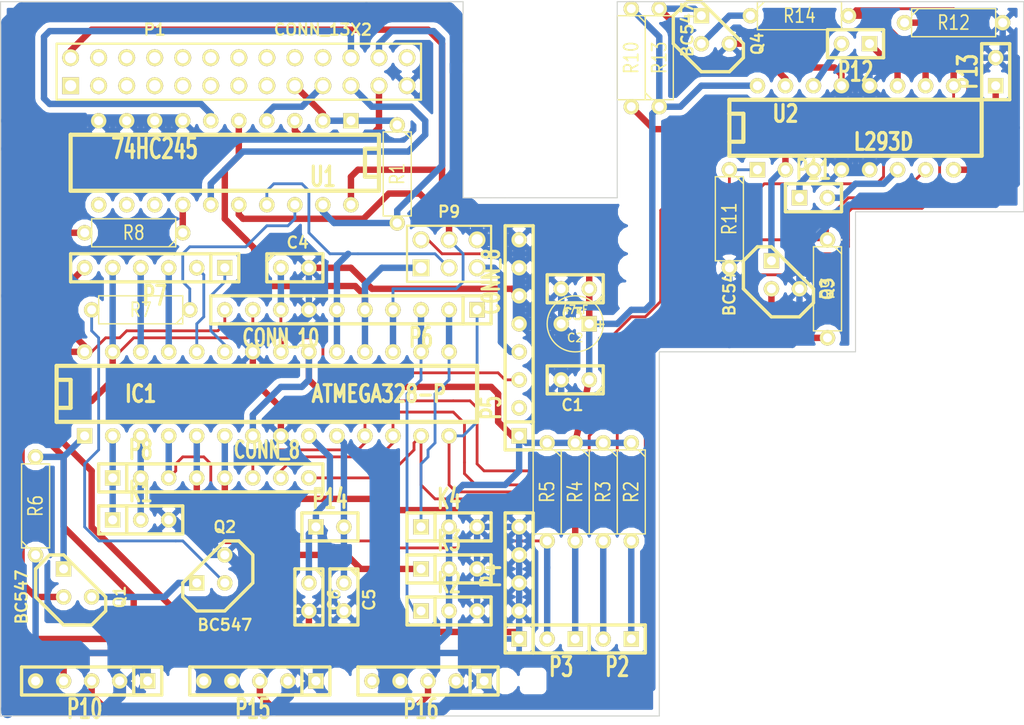
<source format=kicad_pcb>
(kicad_pcb (version 3) (host pcbnew "(2013-mar-13)-testing")
  (layers (15 F.Cu signal) (0 B.Cu signal) (18 B.Paste user) (19 F.Paste user) (20 B.SilkS user) (21 F.SilkS user) (22 B.Mask user) (23 F.Mask user) (28 Edge.Cuts user))
  (net 0 "")
  (net 1 /AN0)
  (net 2 /AN1)
  (net 3 /AN2)
  (net 4 /AN3)
  (net 5 /AN4)
  (net 6 /AN5)
  (net 7 /AREF)
  (net 8 /MISO)
  (net 9 /MOSI)
  (net 10 /Out1)
  (net 11 /Out2)
  (net 12 /Out3)
  (net 13 /Out4)
  (net 14 /PB0)
  (net 15 /PB1)
  (net 16 /PB2)
  (net 17 /PB5)
  (net 18 /RESET)
  (net 19 /RX)
  (net 20 /TX)
  (net 21 /Vs)
  (net 22 /d2)
  (net 23 /d3)
  (net 24 /d4)
  (net 25 /d5)
  (net 26 /d6)
  (net 27 /d7)
  (net 28 GND)
  (net 29 N-000001)
  (net 30 N-0000018)
  (net 31 N-0000019)
  (net 32 N-000002)
  (net 33 N-0000020)
  (net 34 N-0000021)
  (net 35 N-0000022)
  (net 36 N-0000027)
  (net 37 N-0000029)
  (net 38 N-000003)
  (net 39 N-0000030)
  (net 40 N-0000032)
  (net 41 N-0000033)
  (net 42 N-0000034)
  (net 43 N-0000035)
  (net 44 N-0000036)
  (net 45 N-0000038)
  (net 46 N-0000039)
  (net 47 N-0000040)
  (net 48 N-0000041)
  (net 49 N-0000042)
  (net 50 N-0000051)
  (net 51 N-0000052)
  (net 52 N-0000053)
  (net 53 N-0000054)
  (net 54 N-0000055)
  (net 55 N-0000056)
  (net 56 N-0000057)
  (net 57 N-0000058)
  (net 58 N-0000059)
  (net 59 N-0000060)
  (net 60 N-0000061)
  (net 61 N-0000062)
  (net 62 N-0000063)
  (net 63 N-0000064)
  (net 64 N-0000065)
  (net 65 N-0000066)
  (net 66 N-0000067)
  (net 67 N-0000068)
  (net 68 N-0000069)
  (net 69 N-0000072)
  (net 70 N-0000073)
  (net 71 N-0000074)
  (net 72 VCC)
  (module DIP-20__300 (layer F.Cu) (at 132.715 85.09 180)
    (fp_text reference U1 (at -8.89 -1.27 180) (layer F.SilkS) (effects (font (size 1.778 1.143) (thickness 0.3048))))
    (fp_text value 74HC245 (at 6.35 1.27 180) (layer F.SilkS) (effects (font (size 1.778 1.143) (thickness 0.3048))))
    (pad 1 thru_hole rect (at -11.43 3.81 180) (size 1.397 1.397) (drill 0.8128) (layers *.Cu *.Mask F.SilkS) (net 29 N-000001))
    (pad 2 thru_hole circle (at -8.89 3.81 180) (size 1.397 1.397) (drill 0.8128) (layers *.Cu *.Mask F.SilkS) (net 29 N-000001))
    (pad 3 thru_hole circle (at -6.35 3.81 180) (size 1.397 1.397) (drill 0.8128) (layers *.Cu *.Mask F.SilkS) (net 30 N-0000018))
    (pad 4 thru_hole circle (at -3.81 3.81 180) (size 1.397 1.397) (drill 0.8128) (layers *.Cu *.Mask F.SilkS) (net 31 N-0000019))
    (pad 5 thru_hole circle (at -1.27 3.81 180) (size 1.397 1.397) (drill 0.8128) (layers *.Cu *.Mask F.SilkS) (net 8 /MISO))
    (pad 6 thru_hole circle (at 1.27 3.81 180) (size 1.397 1.397) (drill 0.8128) (layers *.Cu *.Mask F.SilkS) (net 35 N-0000022))
    (pad 7 thru_hole circle (at 3.81 3.81 180) (size 1.397 1.397) (drill 0.8128) (layers *.Cu *.Mask F.SilkS) (net 28 GND))
    (pad 8 thru_hole circle (at 6.35 3.81 180) (size 1.397 1.397) (drill 0.8128) (layers *.Cu *.Mask F.SilkS) (net 28 GND))
    (pad 9 thru_hole circle (at 8.89 3.81 180) (size 1.397 1.397) (drill 0.8128) (layers *.Cu *.Mask F.SilkS) (net 28 GND))
    (pad 10 thru_hole circle (at 11.43 3.81 180) (size 1.397 1.397) (drill 0.8128) (layers *.Cu *.Mask F.SilkS) (net 28 GND))
    (pad 11 thru_hole circle (at 11.43 -3.81 180) (size 1.397 1.397) (drill 0.8128) (layers *.Cu *.Mask F.SilkS) (net 50 N-0000051))
    (pad 12 thru_hole circle (at 8.89 -3.81 180) (size 1.397 1.397) (drill 0.8128) (layers *.Cu *.Mask F.SilkS) (net 51 N-0000052))
    (pad 13 thru_hole circle (at 6.35 -3.81 180) (size 1.397 1.397) (drill 0.8128) (layers *.Cu *.Mask F.SilkS) (net 52 N-0000053))
    (pad 14 thru_hole circle (at 3.81 -3.81 180) (size 1.397 1.397) (drill 0.8128) (layers *.Cu *.Mask F.SilkS) (net 41 N-0000033))
    (pad 15 thru_hole circle (at 1.27 -3.81 180) (size 1.397 1.397) (drill 0.8128) (layers *.Cu *.Mask F.SilkS) (net 33 N-0000020))
    (pad 16 thru_hole circle (at -1.27 -3.81 180) (size 1.397 1.397) (drill 0.8128) (layers *.Cu *.Mask F.SilkS) (net 9 /MOSI))
    (pad 17 thru_hole circle (at -3.81 -3.81 180) (size 1.397 1.397) (drill 0.8128) (layers *.Cu *.Mask F.SilkS) (net 17 /PB5))
    (pad 18 thru_hole circle (at -6.35 -3.81 180) (size 1.397 1.397) (drill 0.8128) (layers *.Cu *.Mask F.SilkS) (net 42 N-0000034))
    (pad 19 thru_hole circle (at -8.89 -3.81 180) (size 1.397 1.397) (drill 0.8128) (layers *.Cu *.Mask F.SilkS) (net 34 N-0000021))
    (pad 20 thru_hole circle (at -11.43 -3.81 180) (size 1.397 1.397) (drill 0.8128) (layers *.Cu *.Mask F.SilkS) (net 72 VCC))
  )
  (module pin_array_13x2 (layer F.Cu) (at 133.985 76.835)
    (fp_text reference P1 (at -7.62 -3.81) (layer F.SilkS) (effects (font (size 1.016 1.016) (thickness 0.2032))))
    (fp_text value CONN_13X2 (at 7.62 -3.81) (layer F.SilkS) (effects (font (size 1.016 1.016) (thickness 0.2032))))
    (pad 1 thru_hole rect (at -15.24 1.27) (size 1.524 1.524) (drill 1.016) (layers *.Cu *.Mask F.SilkS) (net 55 N-0000056))
    (pad 2 thru_hole circle (at -15.24 -1.27) (size 1.524 1.524) (drill 1.016) (layers *.Cu *.Mask F.SilkS) (net 72 VCC))
    (pad 3 thru_hole circle (at -12.7 1.27) (size 1.524 1.524) (drill 1.016) (layers *.Cu *.Mask F.SilkS) (net 56 N-0000057))
    (pad 4 thru_hole circle (at -12.7 -1.27) (size 1.524 1.524) (drill 1.016) (layers *.Cu *.Mask F.SilkS) (net 57 N-0000058))
    (pad 5 thru_hole circle (at -10.16 1.27) (size 1.524 1.524) (drill 1.016) (layers *.Cu *.Mask F.SilkS) (net 58 N-0000059))
    (pad 6 thru_hole circle (at -10.16 -1.27) (size 1.524 1.524) (drill 1.016) (layers *.Cu *.Mask F.SilkS) (net 59 N-0000060))
    (pad 7 thru_hole circle (at -7.62 1.27) (size 1.524 1.524) (drill 1.016) (layers *.Cu *.Mask F.SilkS) (net 60 N-0000061))
    (pad 8 thru_hole circle (at -7.62 -1.27) (size 1.524 1.524) (drill 1.016) (layers *.Cu *.Mask F.SilkS) (net 61 N-0000062))
    (pad 9 thru_hole circle (at -5.08 1.27) (size 1.524 1.524) (drill 1.016) (layers *.Cu *.Mask F.SilkS) (net 54 N-0000055))
    (pad 10 thru_hole circle (at -5.08 -1.27) (size 1.524 1.524) (drill 1.016) (layers *.Cu *.Mask F.SilkS) (net 62 N-0000063))
    (pad 11 thru_hole circle (at -2.54 1.27) (size 1.524 1.524) (drill 1.016) (layers *.Cu *.Mask F.SilkS) (net 64 N-0000065))
    (pad 12 thru_hole circle (at -2.54 -1.27) (size 1.524 1.524) (drill 1.016) (layers *.Cu *.Mask F.SilkS) (net 65 N-0000066))
    (pad 13 thru_hole circle (at 0 1.27) (size 1.524 1.524) (drill 1.016) (layers *.Cu *.Mask F.SilkS) (net 66 N-0000067))
    (pad 14 thru_hole circle (at 0 -1.27) (size 1.524 1.524) (drill 1.016) (layers *.Cu *.Mask F.SilkS) (net 67 N-0000068))
    (pad 15 thru_hole circle (at 2.54 1.27) (size 1.524 1.524) (drill 1.016) (layers *.Cu *.Mask F.SilkS) (net 68 N-0000069))
    (pad 16 thru_hole circle (at 2.54 -1.27) (size 1.524 1.524) (drill 1.016) (layers *.Cu *.Mask F.SilkS) (net 47 N-0000040))
    (pad 17 thru_hole circle (at 5.08 1.27) (size 1.524 1.524) (drill 1.016) (layers *.Cu *.Mask F.SilkS) (net 29 N-000001))
    (pad 18 thru_hole circle (at 5.08 -1.27) (size 1.524 1.524) (drill 1.016) (layers *.Cu *.Mask F.SilkS) (net 49 N-0000042))
    (pad 19 thru_hole circle (at 7.62 1.27) (size 1.524 1.524) (drill 1.016) (layers *.Cu *.Mask F.SilkS) (net 31 N-0000019))
    (pad 20 thru_hole circle (at 7.62 -1.27) (size 1.524 1.524) (drill 1.016) (layers *.Cu *.Mask F.SilkS) (net 63 N-0000064))
    (pad 21 thru_hole circle (at 10.16 1.27) (size 1.524 1.524) (drill 1.016) (layers *.Cu *.Mask F.SilkS) (net 33 N-0000020))
    (pad 22 thru_hole circle (at 10.16 -1.27) (size 1.524 1.524) (drill 1.016) (layers *.Cu *.Mask F.SilkS) (net 35 N-0000022))
    (pad 23 thru_hole circle (at 12.7 1.27) (size 1.524 1.524) (drill 1.016) (layers *.Cu *.Mask F.SilkS) (net 30 N-0000018))
    (pad 24 thru_hole circle (at 12.7 -1.27) (size 1.524 1.524) (drill 1.016) (layers *.Cu *.Mask F.SilkS) (net 34 N-0000021))
    (pad 25 thru_hole circle (at 15.24 1.27) (size 1.524 1.524) (drill 1.016) (layers *.Cu *.Mask F.SilkS) (net 28 GND))
    (pad 26 thru_hole circle (at 15.24 -1.27) (size 1.524 1.524) (drill 1.016) (layers *.Cu *.Mask F.SilkS) (net 48 N-0000041))
  )
  (module C1 (layer F.Cu) (at 164.465 104.775 180)
    (fp_text reference C1 (at 0.254 -2.286 180) (layer F.SilkS) (effects (font (size 1.016 1.016) (thickness 0.2032))))
    (fp_text value 0.1uF hide)
    (pad 1 thru_hole circle (at -1.27 0 180) (size 1.397 1.397) (drill 0.8128) (layers *.Cu *.Mask F.SilkS) (net 72 VCC))
    (pad 2 thru_hole circle (at 1.27 0 180) (size 1.397 1.397) (drill 0.8128) (layers *.Cu *.Mask F.SilkS) (net 28 GND))
  )
  (module C1V5 (layer F.Cu) (at 164.465 99.695 180)
    (fp_text reference C2 (at 0 -1.26746 180) (layer F.SilkS) (effects (font (size 0.762 0.762) (thickness 0.127))))
    (fp_text value 47uF (at 0 1.27 180) (layer F.SilkS) (effects (font (size 0.762 0.635) (thickness 0.127))))
    (fp_text user + (at -2.286 0 180) (layer F.SilkS) (effects (font (size 0.762 0.762) (thickness 0.2032))))
    (pad 1 thru_hole rect (at -1.27 0 180) (size 1.397 1.397) (drill 0.8128) (layers *.Cu *.Mask F.SilkS) (net 72 VCC))
    (pad 2 thru_hole circle (at 1.27 0 180) (size 1.397 1.397) (drill 0.8128) (layers *.Cu *.Mask F.SilkS) (net 28 GND))
  )
  (module C1 (layer F.Cu) (at 164.465 96.52 180)
    (fp_text reference C3 (at 0.254 -2.286 180) (layer F.SilkS) (effects (font (size 1.016 1.016) (thickness 0.2032))))
    (fp_text value 0.1uF hide)
    (pad 1 thru_hole circle (at -1.27 0 180) (size 1.397 1.397) (drill 0.8128) (layers *.Cu *.Mask F.SilkS) (net 72 VCC))
    (pad 2 thru_hole circle (at 1.27 0 180) (size 1.397 1.397) (drill 0.8128) (layers *.Cu *.Mask F.SilkS) (net 28 GND))
  )
  (module C1 (layer F.Cu) (at 139.065 94.615)
    (fp_text reference C4 (at 0.254 -2.286) (layer F.SilkS) (effects (font (size 1.016 1.016) (thickness 0.2032))))
    (fp_text value 0.01uF hide)
    (pad 1 thru_hole circle (at -1.27 0) (size 1.397 1.397) (drill 0.8128) (layers *.Cu *.Mask F.SilkS) (net 7 /AREF))
    (pad 2 thru_hole circle (at 1.27 0) (size 1.397 1.397) (drill 0.8128) (layers *.Cu *.Mask F.SilkS) (net 28 GND))
  )
  (module C1 (layer F.Cu) (at 143.51 124.46 270)
    (fp_text reference C5 (at 0.254 -2.286 270) (layer F.SilkS) (effects (font (size 1.016 1.016) (thickness 0.2032))))
    (fp_text value 22pF hide)
    (pad 1 thru_hole circle (at -1.27 0 270) (size 1.397 1.397) (drill 0.8128) (layers *.Cu *.Mask F.SilkS) (net 36 N-0000027))
    (pad 2 thru_hole circle (at 1.27 0 270) (size 1.397 1.397) (drill 0.8128) (layers *.Cu *.Mask F.SilkS) (net 28 GND))
  )
  (module C1 (layer F.Cu) (at 140.335 124.46 270)
    (fp_text reference C6 (at 0.254 -2.286 270) (layer F.SilkS) (effects (font (size 1.016 1.016) (thickness 0.2032))))
    (fp_text value 22pF hide)
    (pad 1 thru_hole circle (at -1.27 0 270) (size 1.397 1.397) (drill 0.8128) (layers *.Cu *.Mask F.SilkS) (net 53 N-0000054))
    (pad 2 thru_hole circle (at 1.27 0 270) (size 1.397 1.397) (drill 0.8128) (layers *.Cu *.Mask F.SilkS) (net 28 GND))
  )
  (module DIP-28__300 (layer F.Cu) (at 136.525 106.045)
    (fp_text reference IC1 (at -11.43 0) (layer F.SilkS) (effects (font (size 1.524 1.143) (thickness 0.3048))))
    (fp_text value ATMEGA328-P (at 10.16 0) (layer F.SilkS) (effects (font (size 1.524 1.143) (thickness 0.3048))))
    (pad 2 thru_hole circle (at -13.97 3.81) (size 1.397 1.397) (drill 0.8128) (layers *.Cu *.Mask F.SilkS) (net 19 /RX))
    (pad 3 thru_hole circle (at -11.43 3.81) (size 1.397 1.397) (drill 0.8128) (layers *.Cu *.Mask F.SilkS) (net 20 /TX))
    (pad 4 thru_hole circle (at -8.89 3.81) (size 1.397 1.397) (drill 0.8128) (layers *.Cu *.Mask F.SilkS) (net 22 /d2))
    (pad 5 thru_hole circle (at -6.35 3.81) (size 1.397 1.397) (drill 0.8128) (layers *.Cu *.Mask F.SilkS) (net 23 /d3))
    (pad 6 thru_hole circle (at -3.81 3.81) (size 1.397 1.397) (drill 0.8128) (layers *.Cu *.Mask F.SilkS) (net 24 /d4))
    (pad 7 thru_hole circle (at -1.27 3.81) (size 1.397 1.397) (drill 0.8128) (layers *.Cu *.Mask F.SilkS) (net 72 VCC))
    (pad 8 thru_hole circle (at 1.27 3.81) (size 1.397 1.397) (drill 0.8128) (layers *.Cu *.Mask F.SilkS) (net 28 GND))
    (pad 9 thru_hole circle (at 3.81 3.81) (size 1.397 1.397) (drill 0.8128) (layers *.Cu *.Mask F.SilkS) (net 53 N-0000054))
    (pad 10 thru_hole circle (at 6.35 3.81) (size 1.397 1.397) (drill 0.8128) (layers *.Cu *.Mask F.SilkS) (net 36 N-0000027))
    (pad 11 thru_hole circle (at 8.89 3.81) (size 1.397 1.397) (drill 0.8128) (layers *.Cu *.Mask F.SilkS) (net 25 /d5))
    (pad 12 thru_hole circle (at 11.43 3.81) (size 1.397 1.397) (drill 0.8128) (layers *.Cu *.Mask F.SilkS) (net 26 /d6))
    (pad 13 thru_hole circle (at 13.97 3.81) (size 1.397 1.397) (drill 0.8128) (layers *.Cu *.Mask F.SilkS) (net 27 /d7))
    (pad 14 thru_hole circle (at 16.51 3.81) (size 1.397 1.397) (drill 0.8128) (layers *.Cu *.Mask F.SilkS) (net 14 /PB0))
    (pad 1 thru_hole rect (at -16.51 3.81) (size 1.397 1.397) (drill 0.8128) (layers *.Cu *.Mask F.SilkS) (net 18 /RESET))
    (pad 15 thru_hole circle (at 16.51 -3.81) (size 1.397 1.397) (drill 0.8128) (layers *.Cu *.Mask F.SilkS) (net 15 /PB1))
    (pad 16 thru_hole circle (at 13.97 -3.81) (size 1.397 1.397) (drill 0.8128) (layers *.Cu *.Mask F.SilkS) (net 16 /PB2))
    (pad 17 thru_hole circle (at 11.43 -3.81) (size 1.397 1.397) (drill 0.8128) (layers *.Cu *.Mask F.SilkS) (net 9 /MOSI))
    (pad 18 thru_hole circle (at 8.89 -3.81) (size 1.397 1.397) (drill 0.8128) (layers *.Cu *.Mask F.SilkS) (net 8 /MISO))
    (pad 19 thru_hole circle (at 6.35 -3.81) (size 1.397 1.397) (drill 0.8128) (layers *.Cu *.Mask F.SilkS) (net 17 /PB5))
    (pad 20 thru_hole circle (at 3.81 -3.81) (size 1.397 1.397) (drill 0.8128) (layers *.Cu *.Mask F.SilkS) (net 72 VCC))
    (pad 21 thru_hole circle (at 1.27 -3.81) (size 1.397 1.397) (drill 0.8128) (layers *.Cu *.Mask F.SilkS) (net 7 /AREF))
    (pad 22 thru_hole circle (at -1.27 -3.81) (size 1.397 1.397) (drill 0.8128) (layers *.Cu *.Mask F.SilkS) (net 28 GND))
    (pad 23 thru_hole circle (at -3.81 -3.81) (size 1.397 1.397) (drill 0.8128) (layers *.Cu *.Mask F.SilkS) (net 1 /AN0))
    (pad 24 thru_hole circle (at -6.35 -3.81) (size 1.397 1.397) (drill 0.8128) (layers *.Cu *.Mask F.SilkS) (net 2 /AN1))
    (pad 25 thru_hole circle (at -8.89 -3.81) (size 1.397 1.397) (drill 0.8128) (layers *.Cu *.Mask F.SilkS) (net 3 /AN2))
    (pad 26 thru_hole circle (at -11.43 -3.81) (size 1.397 1.397) (drill 0.8128) (layers *.Cu *.Mask F.SilkS) (net 4 /AN3))
    (pad 27 thru_hole circle (at -13.97 -3.81) (size 1.397 1.397) (drill 0.8128) (layers *.Cu *.Mask F.SilkS) (net 5 /AN4))
    (pad 28 thru_hole circle (at -16.51 -3.81) (size 1.397 1.397) (drill 0.8128) (layers *.Cu *.Mask F.SilkS) (net 6 /AN5))
  )
  (module SIL-3 (layer F.Cu) (at 125.095 117.475)
    (fp_text reference K1 (at 0 -2.54) (layer F.SilkS) (effects (font (size 1.7907 1.07696) (thickness 0.3048))))
    (fp_text value CONN_3 hide)
    (pad 1 thru_hole rect (at -2.54 0) (size 1.397 1.397) (drill 0.8128) (layers *.Cu *.Mask F.SilkS) (net 19 /RX))
    (pad 2 thru_hole circle (at 0 0) (size 1.397 1.397) (drill 0.8128) (layers *.Cu *.Mask F.SilkS) (net 20 /TX))
    (pad 3 thru_hole circle (at 2.54 0) (size 1.397 1.397) (drill 0.8128) (layers *.Cu *.Mask F.SilkS) (net 28 GND))
  )
  (module SIL-3 (layer F.Cu) (at 153.035 125.73)
    (fp_text reference K2 (at 0 -2.54) (layer F.SilkS) (effects (font (size 1.7907 1.07696) (thickness 0.3048))))
    (fp_text value CONN_3 hide)
    (pad 1 thru_hole rect (at -2.54 0) (size 1.397 1.397) (drill 0.8128) (layers *.Cu *.Mask F.SilkS) (net 16 /PB2))
    (pad 2 thru_hole circle (at 0 0) (size 1.397 1.397) (drill 0.8128) (layers *.Cu *.Mask F.SilkS) (net 72 VCC))
    (pad 3 thru_hole circle (at 2.54 0) (size 1.397 1.397) (drill 0.8128) (layers *.Cu *.Mask F.SilkS) (net 28 GND))
  )
  (module SIL-3 (layer F.Cu) (at 153.035 121.92)
    (fp_text reference K3 (at 0 -2.54) (layer F.SilkS) (effects (font (size 1.7907 1.07696) (thickness 0.3048))))
    (fp_text value CONN_3 hide)
    (pad 1 thru_hole rect (at -2.54 0) (size 1.397 1.397) (drill 0.8128) (layers *.Cu *.Mask F.SilkS) (net 23 /d3))
    (pad 2 thru_hole circle (at 0 0) (size 1.397 1.397) (drill 0.8128) (layers *.Cu *.Mask F.SilkS) (net 72 VCC))
    (pad 3 thru_hole circle (at 2.54 0) (size 1.397 1.397) (drill 0.8128) (layers *.Cu *.Mask F.SilkS) (net 28 GND))
  )
  (module SIL-3 (layer F.Cu) (at 153.035 118.11)
    (fp_text reference K4 (at 0 -2.54) (layer F.SilkS) (effects (font (size 1.7907 1.07696) (thickness 0.3048))))
    (fp_text value CONN_3 hide)
    (pad 1 thru_hole rect (at -2.54 0) (size 1.397 1.397) (drill 0.8128) (layers *.Cu *.Mask F.SilkS) (net 15 /PB1))
    (pad 2 thru_hole circle (at 0 0) (size 1.397 1.397) (drill 0.8128) (layers *.Cu *.Mask F.SilkS) (net 72 VCC))
    (pad 3 thru_hole circle (at 2.54 0) (size 1.397 1.397) (drill 0.8128) (layers *.Cu *.Mask F.SilkS) (net 28 GND))
  )
  (module SIL-2 (layer F.Cu) (at 168.275 128.27 180)
    (fp_text reference P2 (at 0 -2.54 180) (layer F.SilkS) (effects (font (size 1.72974 1.08712) (thickness 0.3048))))
    (fp_text value CONN_2 hide)
    (pad 1 thru_hole rect (at -1.27 0 180) (size 1.397 1.397) (drill 0.8128) (layers *.Cu *.Mask F.SilkS) (net 38 N-000003))
    (pad 2 thru_hole circle (at 1.27 0 180) (size 1.397 1.397) (drill 0.8128) (layers *.Cu *.Mask F.SilkS) (net 32 N-000002))
  )
  (module SIL-2 (layer F.Cu) (at 163.195 128.27 180)
    (fp_text reference P3 (at 0 -2.54 180) (layer F.SilkS) (effects (font (size 1.72974 1.08712) (thickness 0.3048))))
    (fp_text value CONN_2 hide)
    (pad 1 thru_hole rect (at -1.27 0 180) (size 1.397 1.397) (drill 0.8128) (layers *.Cu *.Mask F.SilkS) (net 24 /d4))
    (pad 2 thru_hole circle (at 1.27 0 180) (size 1.397 1.397) (drill 0.8128) (layers *.Cu *.Mask F.SilkS) (net 22 /d2))
  )
  (module SIL-5 (layer F.Cu) (at 159.385 121.92 90)
    (fp_text reference P4 (at -0.635 -2.54 90) (layer F.SilkS) (effects (font (size 1.72974 1.08712) (thickness 0.3048))))
    (fp_text value CONN_5 hide)
    (pad 1 thru_hole rect (at -6.35 0 90) (size 1.397 1.397) (drill 0.8128) (layers *.Cu *.Mask F.SilkS) (net 28 GND))
    (pad 2 thru_hole circle (at -3.81 0 90) (size 1.397 1.397) (drill 0.8128) (layers *.Cu *.Mask F.SilkS) (net 28 GND))
    (pad 3 thru_hole circle (at -1.27 0 90) (size 1.397 1.397) (drill 0.8128) (layers *.Cu *.Mask F.SilkS) (net 28 GND))
    (pad 4 thru_hole circle (at 1.27 0 90) (size 1.397 1.397) (drill 0.8128) (layers *.Cu *.Mask F.SilkS) (net 28 GND))
    (pad 5 thru_hole circle (at 3.81 0 90) (size 1.397 1.397) (drill 0.8128) (layers *.Cu *.Mask F.SilkS) (net 28 GND))
  )
  (module SIL-8 (layer F.Cu) (at 159.385 100.965 90)
    (fp_text reference P5 (at -6.35 -2.54 90) (layer F.SilkS) (effects (font (size 1.72974 1.08712) (thickness 0.3048))))
    (fp_text value CONN_8 (at 5.08 -2.54 90) (layer F.SilkS) (effects (font (size 1.524 1.016) (thickness 0.3048))))
    (pad 1 thru_hole rect (at -8.89 0 90) (size 1.397 1.397) (drill 0.8128) (layers *.Cu *.Mask F.SilkS) (net 72 VCC))
    (pad 2 thru_hole circle (at -6.35 0 90) (size 1.397 1.397) (drill 0.8128) (layers *.Cu *.Mask F.SilkS) (net 29 N-000001))
    (pad 3 thru_hole circle (at -3.81 0 90) (size 1.397 1.397) (drill 0.8128) (layers *.Cu *.Mask F.SilkS) (net 7 /AREF))
    (pad 4 thru_hole circle (at -1.27 0 90) (size 1.397 1.397) (drill 0.8128) (layers *.Cu *.Mask F.SilkS) (net 18 /RESET))
    (pad 5 thru_hole circle (at 1.27 0 90) (size 1.397 1.397) (drill 0.8128) (layers *.Cu *.Mask F.SilkS) (net 28 GND))
    (pad 6 thru_hole circle (at 3.81 0 90) (size 1.397 1.397) (drill 0.8128) (layers *.Cu *.Mask F.SilkS) (net 28 GND))
    (pad 7 thru_hole circle (at 6.35 0 90) (size 1.397 1.397) (drill 0.8128) (layers *.Cu *.Mask F.SilkS) (net 28 GND))
    (pad 8 thru_hole circle (at 8.89 0 90) (size 1.397 1.397) (drill 0.8128) (layers *.Cu *.Mask F.SilkS) (net 28 GND))
  )
  (module SIL-10 (layer F.Cu) (at 144.145 98.425 180)
    (fp_text reference P6 (at -6.35 -2.54 180) (layer F.SilkS) (effects (font (size 1.72974 1.08712) (thickness 0.3048))))
    (fp_text value CONN_10 (at 6.35 -2.54 180) (layer F.SilkS) (effects (font (size 1.524 1.016) (thickness 0.3048))))
    (pad 1 thru_hole rect (at -11.43 0 180) (size 1.397 1.397) (drill 0.8128) (layers *.Cu *.Mask F.SilkS) (net 14 /PB0))
    (pad 2 thru_hole circle (at -8.89 0 180) (size 1.397 1.397) (drill 0.8128) (layers *.Cu *.Mask F.SilkS) (net 15 /PB1))
    (pad 3 thru_hole circle (at -6.35 0 180) (size 1.397 1.397) (drill 0.8128) (layers *.Cu *.Mask F.SilkS) (net 16 /PB2))
    (pad 4 thru_hole circle (at -3.81 0 180) (size 1.397 1.397) (drill 0.8128) (layers *.Cu *.Mask F.SilkS) (net 9 /MOSI))
    (pad 5 thru_hole circle (at -1.27 0 180) (size 1.397 1.397) (drill 0.8128) (layers *.Cu *.Mask F.SilkS) (net 8 /MISO))
    (pad 6 thru_hole circle (at 1.27 0 180) (size 1.397 1.397) (drill 0.8128) (layers *.Cu *.Mask F.SilkS) (net 17 /PB5))
    (pad 7 thru_hole circle (at 3.81 0 180) (size 1.397 1.397) (drill 0.8128) (layers *.Cu *.Mask F.SilkS) (net 28 GND))
    (pad 8 thru_hole circle (at 6.35 0 180) (size 1.397 1.397) (drill 0.8128) (layers *.Cu *.Mask F.SilkS) (net 7 /AREF))
    (pad 9 thru_hole circle (at 8.89 0 180) (size 1.397 1.397) (drill 0.8128) (layers *.Cu *.Mask F.SilkS) (net 5 /AN4))
    (pad 10 thru_hole circle (at 11.43 0 180) (size 1.397 1.397) (drill 0.8128) (layers *.Cu *.Mask F.SilkS) (net 6 /AN5))
  )
  (module SIL-6 (layer F.Cu) (at 126.365 94.615 180)
    (fp_text reference P7 (at 0 -2.54 180) (layer F.SilkS) (effects (font (size 1.72974 1.08712) (thickness 0.3048))))
    (fp_text value CONN_6 hide)
    (pad 1 thru_hole rect (at -6.35 0 180) (size 1.397 1.397) (drill 0.8128) (layers *.Cu *.Mask F.SilkS) (net 1 /AN0))
    (pad 2 thru_hole circle (at -3.81 0 180) (size 1.397 1.397) (drill 0.8128) (layers *.Cu *.Mask F.SilkS) (net 2 /AN1))
    (pad 3 thru_hole circle (at -1.27 0 180) (size 1.397 1.397) (drill 0.8128) (layers *.Cu *.Mask F.SilkS) (net 3 /AN2))
    (pad 4 thru_hole circle (at 1.27 0 180) (size 1.397 1.397) (drill 0.8128) (layers *.Cu *.Mask F.SilkS) (net 4 /AN3))
    (pad 5 thru_hole circle (at 3.81 0 180) (size 1.397 1.397) (drill 0.8128) (layers *.Cu *.Mask F.SilkS) (net 5 /AN4))
    (pad 6 thru_hole circle (at 6.35 0 180) (size 1.397 1.397) (drill 0.8128) (layers *.Cu *.Mask F.SilkS) (net 6 /AN5))
  )
  (module SIL-8 (layer F.Cu) (at 131.445 113.665)
    (fp_text reference P8 (at -6.35 -2.54) (layer F.SilkS) (effects (font (size 1.72974 1.08712) (thickness 0.3048))))
    (fp_text value CONN_8 (at 5.08 -2.54) (layer F.SilkS) (effects (font (size 1.524 1.016) (thickness 0.3048))))
    (pad 1 thru_hole rect (at -8.89 0) (size 1.397 1.397) (drill 0.8128) (layers *.Cu *.Mask F.SilkS) (net 19 /RX))
    (pad 2 thru_hole circle (at -6.35 0) (size 1.397 1.397) (drill 0.8128) (layers *.Cu *.Mask F.SilkS) (net 20 /TX))
    (pad 3 thru_hole circle (at -3.81 0) (size 1.397 1.397) (drill 0.8128) (layers *.Cu *.Mask F.SilkS) (net 22 /d2))
    (pad 4 thru_hole circle (at -1.27 0) (size 1.397 1.397) (drill 0.8128) (layers *.Cu *.Mask F.SilkS) (net 23 /d3))
    (pad 5 thru_hole circle (at 1.27 0) (size 1.397 1.397) (drill 0.8128) (layers *.Cu *.Mask F.SilkS) (net 24 /d4))
    (pad 6 thru_hole circle (at 3.81 0) (size 1.397 1.397) (drill 0.8128) (layers *.Cu *.Mask F.SilkS) (net 25 /d5))
    (pad 7 thru_hole circle (at 6.35 0) (size 1.397 1.397) (drill 0.8128) (layers *.Cu *.Mask F.SilkS) (net 26 /d6))
    (pad 8 thru_hole circle (at 8.89 0) (size 1.397 1.397) (drill 0.8128) (layers *.Cu *.Mask F.SilkS) (net 27 /d7))
  )
  (module pin_array_3x2 (layer F.Cu) (at 153.035 93.345)
    (fp_text reference P9 (at 0 -3.81) (layer F.SilkS) (effects (font (size 1.016 1.016) (thickness 0.2032))))
    (fp_text value CONN_3X2 hide)
    (pad 1 thru_hole rect (at -2.54 1.27) (size 1.524 1.524) (drill 1.016) (layers *.Cu *.Mask F.SilkS) (net 8 /MISO))
    (pad 2 thru_hole circle (at -2.54 -1.27) (size 1.524 1.524) (drill 1.016) (layers *.Cu *.Mask F.SilkS) (net 72 VCC))
    (pad 3 thru_hole circle (at 0 1.27) (size 1.524 1.524) (drill 1.016) (layers *.Cu *.Mask F.SilkS) (net 17 /PB5))
    (pad 4 thru_hole circle (at 0 -1.27) (size 1.524 1.524) (drill 1.016) (layers *.Cu *.Mask F.SilkS) (net 9 /MOSI))
    (pad 5 thru_hole circle (at 2.54 1.27) (size 1.524 1.524) (drill 1.016) (layers *.Cu *.Mask F.SilkS) (net 18 /RESET))
    (pad 6 thru_hole circle (at 2.54 -1.27) (size 1.524 1.524) (drill 1.016) (layers *.Cu *.Mask F.SilkS) (net 28 GND))
  )
  (module SIL-2 (layer F.Cu) (at 186.055 88.265)
    (fp_text reference P11 (at 0 -2.54) (layer F.SilkS) (effects (font (size 1.72974 1.08712) (thickness 0.3048))))
    (fp_text value CONN_2 hide)
    (pad 1 thru_hole rect (at -1.27 0) (size 1.397 1.397) (drill 0.8128) (layers *.Cu *.Mask F.SilkS) (net 10 /Out1))
    (pad 2 thru_hole circle (at 1.27 0) (size 1.397 1.397) (drill 0.8128) (layers *.Cu *.Mask F.SilkS) (net 11 /Out2))
  )
  (module SIL-2 (layer F.Cu) (at 189.865 74.295 180)
    (fp_text reference P12 (at 0 -2.54 180) (layer F.SilkS) (effects (font (size 1.72974 1.08712) (thickness 0.3048))))
    (fp_text value CONN_2 hide)
    (pad 1 thru_hole rect (at -1.27 0 180) (size 1.397 1.397) (drill 0.8128) (layers *.Cu *.Mask F.SilkS) (net 12 /Out3))
    (pad 2 thru_hole circle (at 1.27 0 180) (size 1.397 1.397) (drill 0.8128) (layers *.Cu *.Mask F.SilkS) (net 13 /Out4))
  )
  (module SIL-2 (layer F.Cu) (at 202.565 76.835 90)
    (fp_text reference P13 (at 0 -2.54 90) (layer F.SilkS) (effects (font (size 1.72974 1.08712) (thickness 0.3048))))
    (fp_text value CONN_2 hide)
    (pad 1 thru_hole rect (at -1.27 0 90) (size 1.397 1.397) (drill 0.8128) (layers *.Cu *.Mask F.SilkS) (net 21 /Vs))
    (pad 2 thru_hole circle (at 1.27 0 90) (size 1.397 1.397) (drill 0.8128) (layers *.Cu *.Mask F.SilkS) (net 28 GND))
  )
  (module TO92 (layer F.Cu) (at 119.38 123.19 90)
    (fp_text reference Q1 (at -1.27 3.81 90) (layer F.SilkS) (effects (font (size 1.016 1.016) (thickness 0.2032))))
    (fp_text value BC547 (at -1.27 -5.08 90) (layer F.SilkS) (effects (font (size 1.016 1.016) (thickness 0.2032))))
    (pad 1 thru_hole rect (at 1.27 -1.27 90) (size 1.397 1.397) (drill 0.8128) (layers *.Cu *.Mask F.SilkS) (net 18 /RESET))
    (pad 2 thru_hole circle (at -1.27 -1.27 90) (size 1.397 1.397) (drill 0.8128) (layers *.Cu *.Mask F.SilkS) (net 39 N-0000030))
    (pad 3 thru_hole circle (at -1.27 1.27 90) (size 1.397 1.397) (drill 0.8128) (layers *.Cu *.Mask F.SilkS) (net 45 N-0000038))
  )
  (module TO92 (layer F.Cu) (at 131.445 121.92 180)
    (fp_text reference Q2 (at -1.27 3.81 180) (layer F.SilkS) (effects (font (size 1.016 1.016) (thickness 0.2032))))
    (fp_text value BC547 (at -1.27 -5.08 180) (layer F.SilkS) (effects (font (size 1.016 1.016) (thickness 0.2032))))
    (pad 1 thru_hole rect (at 1.27 -1.27 180) (size 1.397 1.397) (drill 0.8128) (layers *.Cu *.Mask F.SilkS) (net 45 N-0000038))
    (pad 2 thru_hole circle (at -1.27 -1.27 180) (size 1.397 1.397) (drill 0.8128) (layers *.Cu *.Mask F.SilkS) (net 37 N-0000029))
    (pad 3 thru_hole circle (at -1.27 1.27 180) (size 1.397 1.397) (drill 0.8128) (layers *.Cu *.Mask F.SilkS) (net 28 GND))
  )
  (module TO92 (layer F.Cu) (at 183.515 95.25 90)
    (fp_text reference Q3 (at -1.27 3.81 90) (layer F.SilkS) (effects (font (size 1.016 1.016) (thickness 0.2032))))
    (fp_text value BC547 (at -1.27 -5.08 90) (layer F.SilkS) (effects (font (size 1.016 1.016) (thickness 0.2032))))
    (pad 1 thru_hole rect (at 1.27 -1.27 90) (size 1.397 1.397) (drill 0.8128) (layers *.Cu *.Mask F.SilkS) (net 43 N-0000035))
    (pad 2 thru_hole circle (at -1.27 -1.27 90) (size 1.397 1.397) (drill 0.8128) (layers *.Cu *.Mask F.SilkS) (net 40 N-0000032))
    (pad 3 thru_hole circle (at -1.27 1.27 90) (size 1.397 1.397) (drill 0.8128) (layers *.Cu *.Mask F.SilkS) (net 28 GND))
  )
  (module TO92 (layer F.Cu) (at 177.165 73.025 90)
    (fp_text reference Q4 (at -1.27 3.81 90) (layer F.SilkS) (effects (font (size 1.016 1.016) (thickness 0.2032))))
    (fp_text value BC547 (at 0 -2.54 90) (layer F.SilkS) (effects (font (size 1.016 1.016) (thickness 0.2032))))
    (pad 1 thru_hole rect (at 1.27 -1.27 90) (size 1.397 1.397) (drill 0.8128) (layers *.Cu *.Mask F.SilkS) (net 44 N-0000036))
    (pad 2 thru_hole circle (at -1.27 -1.27 90) (size 1.397 1.397) (drill 0.8128) (layers *.Cu *.Mask F.SilkS) (net 46 N-0000039))
    (pad 3 thru_hole circle (at -1.27 1.27 90) (size 1.397 1.397) (drill 0.8128) (layers *.Cu *.Mask F.SilkS) (net 28 GND))
  )
  (module R3-5 (layer F.Cu) (at 148.336 86.106 270)
    (fp_text reference R1 (at 0 0 270) (layer F.SilkS) (effects (font (size 1.27 1.016) (thickness 0.1524))))
    (fp_text value 10K hide)
    (pad 1 thru_hole circle (at -4.445 0 270) (size 1.397 1.397) (drill 0.8128) (layers *.Cu *.Mask F.SilkS) (net 29 N-000001))
    (pad 2 thru_hole circle (at 4.445 0 270) (size 1.397 1.397) (drill 0.8128) (layers *.Cu *.Mask F.SilkS) (net 34 N-0000021))
  )
  (module R3-5 (layer F.Cu) (at 169.545 114.935 270)
    (fp_text reference R2 (at 0 0 270) (layer F.SilkS) (effects (font (size 1.27 1.016) (thickness 0.1524))))
    (fp_text value 510E hide)
    (pad 1 thru_hole circle (at -4.445 0 270) (size 1.397 1.397) (drill 0.8128) (layers *.Cu *.Mask F.SilkS) (net 72 VCC))
    (pad 2 thru_hole circle (at 4.445 0 270) (size 1.397 1.397) (drill 0.8128) (layers *.Cu *.Mask F.SilkS) (net 38 N-000003))
  )
  (module R3-5 (layer F.Cu) (at 167.005 114.935 270)
    (fp_text reference R3 (at 0 0 270) (layer F.SilkS) (effects (font (size 1.27 1.016) (thickness 0.1524))))
    (fp_text value 510E hide)
    (pad 1 thru_hole circle (at -4.445 0 270) (size 1.397 1.397) (drill 0.8128) (layers *.Cu *.Mask F.SilkS) (net 72 VCC))
    (pad 2 thru_hole circle (at 4.445 0 270) (size 1.397 1.397) (drill 0.8128) (layers *.Cu *.Mask F.SilkS) (net 32 N-000002))
  )
  (module R3-5 (layer F.Cu) (at 164.465 114.935 270)
    (fp_text reference R4 (at 0 0 270) (layer F.SilkS) (effects (font (size 1.27 1.016) (thickness 0.1524))))
    (fp_text value 10K hide)
    (pad 1 thru_hole circle (at -4.445 0 270) (size 1.397 1.397) (drill 0.8128) (layers *.Cu *.Mask F.SilkS) (net 72 VCC))
    (pad 2 thru_hole circle (at 4.445 0 270) (size 1.397 1.397) (drill 0.8128) (layers *.Cu *.Mask F.SilkS) (net 24 /d4))
  )
  (module R3-5 (layer F.Cu) (at 161.925 114.935 270)
    (fp_text reference R5 (at 0 0 270) (layer F.SilkS) (effects (font (size 1.27 1.016) (thickness 0.1524))))
    (fp_text value 10K hide)
    (pad 1 thru_hole circle (at -4.445 0 270) (size 1.397 1.397) (drill 0.8128) (layers *.Cu *.Mask F.SilkS) (net 72 VCC))
    (pad 2 thru_hole circle (at 4.445 0 270) (size 1.397 1.397) (drill 0.8128) (layers *.Cu *.Mask F.SilkS) (net 22 /d2))
  )
  (module R3-5 (layer F.Cu) (at 115.57 116.205 90)
    (fp_text reference R6 (at 0 0 90) (layer F.SilkS) (effects (font (size 1.27 1.016) (thickness 0.1524))))
    (fp_text value 10K hide)
    (pad 1 thru_hole circle (at -4.445 0 90) (size 1.397 1.397) (drill 0.8128) (layers *.Cu *.Mask F.SilkS) (net 72 VCC))
    (pad 2 thru_hole circle (at 4.445 0 90) (size 1.397 1.397) (drill 0.8128) (layers *.Cu *.Mask F.SilkS) (net 18 /RESET))
  )
  (module R3-5 (layer F.Cu) (at 125.095 98.425 180)
    (fp_text reference R7 (at 0 0 180) (layer F.SilkS) (effects (font (size 1.27 1.016) (thickness 0.1524))))
    (fp_text value 10K hide)
    (pad 1 thru_hole circle (at -4.445 0 180) (size 1.397 1.397) (drill 0.8128) (layers *.Cu *.Mask F.SilkS) (net 42 N-0000034))
    (pad 2 thru_hole circle (at 4.445 0 180) (size 1.397 1.397) (drill 0.8128) (layers *.Cu *.Mask F.SilkS) (net 37 N-0000029))
  )
  (module R3-5 (layer F.Cu) (at 124.46 91.44 180)
    (fp_text reference R8 (at 0 0 180) (layer F.SilkS) (effects (font (size 1.27 1.016) (thickness 0.1524))))
    (fp_text value 10K hide)
    (pad 1 thru_hole circle (at -4.445 0 180) (size 1.397 1.397) (drill 0.8128) (layers *.Cu *.Mask F.SilkS) (net 41 N-0000033))
    (pad 2 thru_hole circle (at 4.445 0 180) (size 1.397 1.397) (drill 0.8128) (layers *.Cu *.Mask F.SilkS) (net 39 N-0000030))
  )
  (module R3-5 (layer F.Cu) (at 187.325 96.52 270)
    (fp_text reference R9 (at 0 0 270) (layer F.SilkS) (effects (font (size 1.27 1.016) (thickness 0.1524))))
    (fp_text value 10K hide)
    (pad 1 thru_hole circle (at -4.445 0 270) (size 1.397 1.397) (drill 0.8128) (layers *.Cu *.Mask F.SilkS) (net 14 /PB0))
    (pad 2 thru_hole circle (at 4.445 0 270) (size 1.397 1.397) (drill 0.8128) (layers *.Cu *.Mask F.SilkS) (net 40 N-0000032))
  )
  (module R3-5 (layer F.Cu) (at 169.545 75.565 270)
    (fp_text reference R10 (at 0 0 270) (layer F.SilkS) (effects (font (size 1.27 1.016) (thickness 0.1524))))
    (fp_text value 10K hide)
    (pad 1 thru_hole circle (at -4.445 0 270) (size 1.397 1.397) (drill 0.8128) (layers *.Cu *.Mask F.SilkS) (net 72 VCC))
    (pad 2 thru_hole circle (at 4.445 0 270) (size 1.397 1.397) (drill 0.8128) (layers *.Cu *.Mask F.SilkS) (net 43 N-0000035))
  )
  (module R3-5 (layer F.Cu) (at 178.435 90.17 270)
    (fp_text reference R11 (at 0 0 270) (layer F.SilkS) (effects (font (size 1.27 1.016) (thickness 0.1524))))
    (fp_text value 10K hide)
    (pad 1 thru_hole circle (at -4.445 0 270) (size 1.397 1.397) (drill 0.8128) (layers *.Cu *.Mask F.SilkS) (net 25 /d5))
    (pad 2 thru_hole circle (at 4.445 0 270) (size 1.397 1.397) (drill 0.8128) (layers *.Cu *.Mask F.SilkS) (net 28 GND))
  )
  (module R3-5 (layer F.Cu) (at 198.755 72.39)
    (fp_text reference R12 (at 0 0) (layer F.SilkS) (effects (font (size 1.27 1.016) (thickness 0.1524))))
    (fp_text value 10K hide)
    (pad 1 thru_hole circle (at -4.445 0) (size 1.397 1.397) (drill 0.8128) (layers *.Cu *.Mask F.SilkS) (net 26 /d6))
    (pad 2 thru_hole circle (at 4.445 0) (size 1.397 1.397) (drill 0.8128) (layers *.Cu *.Mask F.SilkS) (net 28 GND))
  )
  (module R3-5 (layer F.Cu) (at 172.085 75.565 90)
    (fp_text reference R13 (at 0 0 90) (layer F.SilkS) (effects (font (size 1.27 1.016) (thickness 0.1524))))
    (fp_text value 10K hide)
    (pad 1 thru_hole circle (at -4.445 0 90) (size 1.397 1.397) (drill 0.8128) (layers *.Cu *.Mask F.SilkS) (net 72 VCC))
    (pad 2 thru_hole circle (at 4.445 0 90) (size 1.397 1.397) (drill 0.8128) (layers *.Cu *.Mask F.SilkS) (net 44 N-0000036))
  )
  (module R3-5 (layer F.Cu) (at 184.785 71.755)
    (fp_text reference R14 (at 0 0) (layer F.SilkS) (effects (font (size 1.27 1.016) (thickness 0.1524))))
    (fp_text value 10K hide)
    (pad 1 thru_hole circle (at -4.445 0) (size 1.397 1.397) (drill 0.8128) (layers *.Cu *.Mask F.SilkS) (net 46 N-0000039))
    (pad 2 thru_hole circle (at 4.445 0) (size 1.397 1.397) (drill 0.8128) (layers *.Cu *.Mask F.SilkS) (net 27 /d7))
  )
  (module DIP-16__300 (layer F.Cu) (at 189.865 81.915)
    (fp_text reference U2 (at -6.35 -1.27) (layer F.SilkS) (effects (font (size 1.524 1.143) (thickness 0.3048))))
    (fp_text value L293D (at 2.54 1.27) (layer F.SilkS) (effects (font (size 1.524 1.143) (thickness 0.3048))))
    (pad 1 thru_hole rect (at -8.89 3.81) (size 1.397 1.397) (drill 0.8128) (layers *.Cu *.Mask F.SilkS) (net 25 /d5))
    (pad 2 thru_hole circle (at -6.35 3.81) (size 1.397 1.397) (drill 0.8128) (layers *.Cu *.Mask F.SilkS) (net 43 N-0000035))
    (pad 3 thru_hole circle (at -3.81 3.81) (size 1.397 1.397) (drill 0.8128) (layers *.Cu *.Mask F.SilkS) (net 10 /Out1))
    (pad 4 thru_hole circle (at -1.27 3.81) (size 1.397 1.397) (drill 0.8128) (layers *.Cu *.Mask F.SilkS) (net 28 GND))
    (pad 5 thru_hole circle (at 1.27 3.81) (size 1.397 1.397) (drill 0.8128) (layers *.Cu *.Mask F.SilkS) (net 28 GND))
    (pad 6 thru_hole circle (at 3.81 3.81) (size 1.397 1.397) (drill 0.8128) (layers *.Cu *.Mask F.SilkS) (net 11 /Out2))
    (pad 7 thru_hole circle (at 6.35 3.81) (size 1.397 1.397) (drill 0.8128) (layers *.Cu *.Mask F.SilkS) (net 14 /PB0))
    (pad 8 thru_hole circle (at 8.89 3.81) (size 1.397 1.397) (drill 0.8128) (layers *.Cu *.Mask F.SilkS) (net 21 /Vs))
    (pad 9 thru_hole circle (at 8.89 -3.81) (size 1.397 1.397) (drill 0.8128) (layers *.Cu *.Mask F.SilkS) (net 26 /d6))
    (pad 10 thru_hole circle (at 6.35 -3.81) (size 1.397 1.397) (drill 0.8128) (layers *.Cu *.Mask F.SilkS) (net 27 /d7))
    (pad 11 thru_hole circle (at 3.81 -3.81) (size 1.397 1.397) (drill 0.8128) (layers *.Cu *.Mask F.SilkS) (net 12 /Out3))
    (pad 12 thru_hole circle (at 1.27 -3.81) (size 1.397 1.397) (drill 0.8128) (layers *.Cu *.Mask F.SilkS) (net 28 GND))
    (pad 13 thru_hole circle (at -1.27 -3.81) (size 1.397 1.397) (drill 0.8128) (layers *.Cu *.Mask F.SilkS) (net 28 GND))
    (pad 14 thru_hole circle (at -3.81 -3.81) (size 1.397 1.397) (drill 0.8128) (layers *.Cu *.Mask F.SilkS) (net 13 /Out4))
    (pad 15 thru_hole circle (at -6.35 -3.81) (size 1.397 1.397) (drill 0.8128) (layers *.Cu *.Mask F.SilkS) (net 44 N-0000036))
    (pad 16 thru_hole circle (at -8.89 -3.81) (size 1.397 1.397) (drill 0.8128) (layers *.Cu *.Mask F.SilkS) (net 72 VCC))
  )
  (module SIL-5 (layer F.Cu) (at 119.38 132.08 180)
    (fp_text reference P10 (at -0.635 -2.54 180) (layer F.SilkS) (effects (font (size 1.72974 1.08712) (thickness 0.3048))))
    (fp_text value CONN_5 hide)
    (pad 1 thru_hole rect (at -6.35 0 180) (size 1.397 1.397) (drill 0.8128) (layers *.Cu *.Mask F.SilkS) (net 72 VCC))
    (pad 2 thru_hole circle (at -3.81 0 180) (size 1.397 1.397) (drill 0.8128) (layers *.Cu *.Mask F.SilkS) (net 28 GND))
    (pad 3 thru_hole circle (at -1.27 0 180) (size 1.397 1.397) (drill 0.8128) (layers *.Cu *.Mask F.SilkS) (net 6 /AN5))
    (pad 4 thru_hole circle (at 1.27 0 180) (size 1.397 1.397) (drill 0.8128) (layers *.Cu *.Mask F.SilkS) (net 5 /AN4))
    (pad 5 thru_hole circle (at 3.81 0 180) (size 1.397 1.397) (drill 0.8128) (layers *.Cu *.Mask F.SilkS) (net 70 N-0000073))
  )
  (module SIL-5 (layer F.Cu) (at 134.62 132.08 180)
    (fp_text reference P15 (at -0.635 -2.54 180) (layer F.SilkS) (effects (font (size 1.72974 1.08712) (thickness 0.3048))))
    (fp_text value CONN_5 hide)
    (pad 1 thru_hole rect (at -6.35 0 180) (size 1.397 1.397) (drill 0.8128) (layers *.Cu *.Mask F.SilkS) (net 72 VCC))
    (pad 2 thru_hole circle (at -3.81 0 180) (size 1.397 1.397) (drill 0.8128) (layers *.Cu *.Mask F.SilkS) (net 28 GND))
    (pad 3 thru_hole circle (at -1.27 0 180) (size 1.397 1.397) (drill 0.8128) (layers *.Cu *.Mask F.SilkS) (net 6 /AN5))
    (pad 4 thru_hole circle (at 1.27 0 180) (size 1.397 1.397) (drill 0.8128) (layers *.Cu *.Mask F.SilkS) (net 5 /AN4))
    (pad 5 thru_hole circle (at 3.81 0 180) (size 1.397 1.397) (drill 0.8128) (layers *.Cu *.Mask F.SilkS) (net 69 N-0000072))
  )
  (module SIL-5 (layer F.Cu) (at 149.86 132.08 180)
    (fp_text reference P16 (at -0.635 -2.54 180) (layer F.SilkS) (effects (font (size 1.72974 1.08712) (thickness 0.3048))))
    (fp_text value CONN_5 hide)
    (pad 1 thru_hole rect (at -6.35 0 180) (size 1.397 1.397) (drill 0.8128) (layers *.Cu *.Mask F.SilkS) (net 72 VCC))
    (pad 2 thru_hole circle (at -3.81 0 180) (size 1.397 1.397) (drill 0.8128) (layers *.Cu *.Mask F.SilkS) (net 28 GND))
    (pad 3 thru_hole circle (at -1.27 0 180) (size 1.397 1.397) (drill 0.8128) (layers *.Cu *.Mask F.SilkS) (net 6 /AN5))
    (pad 4 thru_hole circle (at 1.27 0 180) (size 1.397 1.397) (drill 0.8128) (layers *.Cu *.Mask F.SilkS) (net 5 /AN4))
    (pad 5 thru_hole circle (at 3.81 0 180) (size 1.397 1.397) (drill 0.8128) (layers *.Cu *.Mask F.SilkS) (net 71 N-0000074))
  )
  (module SIL-2 (layer F.Cu) (at 142.24 118.11)
    (fp_text reference P14 (at 0 -2.54) (layer F.SilkS) (effects (font (size 1.72974 1.08712) (thickness 0.3048))))
    (fp_text value Quartz_16Mhz hide)
    (pad 1 thru_hole rect (at -1.27 0) (size 1.397 1.397) (drill 0.8128) (layers *.Cu *.Mask F.SilkS) (net 53 N-0000054))
    (pad 2 thru_hole circle (at 1.27 0) (size 1.397 1.397) (drill 0.8128) (layers *.Cu *.Mask F.SilkS) (net 36 N-0000027))
  )
  (gr_line (start 172.085 135.255) (end 172.085 102.235) (angle 90) (layer Edge.Cuts) (width 0.1))
  (target plus (at 188.595 92.075) (size 0.005) (width 0.1) (layer Edge.Cuts))
  (target plus (at 188.595 92.075) (size 0.005) (width 0.1) (layer Edge.Cuts))
  (gr_line (start 112.395 135.255) (end 172.085 135.255) (angle 90) (layer Edge.Cuts) (width 0.1))
  (gr_line (start 112.395 70.485) (end 112.395 135.255) (angle 90) (layer Edge.Cuts) (width 0.1))
  (gr_line (start 154.305 70.485) (end 112.395 70.485) (angle 90) (layer Edge.Cuts) (width 0.1))
  (gr_line (start 205.105 70.485) (end 205.105 89.535) (angle 90) (layer Edge.Cuts) (width 0.1))
  (gr_line (start 168.275 70.485) (end 205.105 70.485) (angle 90) (layer Edge.Cuts) (width 0.1))
  (gr_line (start 168.275 88.265) (end 168.275 70.485) (angle 90) (layer Edge.Cuts) (width 0.1))
  (gr_line (start 154.305 70.485) (end 154.305 88.265) (angle 90) (layer Edge.Cuts) (width 0.1))
  (gr_line (start 205.105 89.535) (end 196.215 89.535) (angle 90) (layer Edge.Cuts) (width 0.1))
  (gr_line (start 172.085 102.235) (end 179.705 102.235) (angle 90) (layer Edge.Cuts) (width 0.1))
  (gr_line (start 189.865 102.235) (end 179.705 102.235) (angle 90) (layer Edge.Cuts) (width 0.1))
  (gr_line (start 189.865 90.805) (end 189.865 102.235) (angle 90) (layer Edge.Cuts) (width 0.1))
  (gr_line (start 158.115 88.265) (end 168.275 88.265) (angle 90) (layer Edge.Cuts) (width 0.1))
  (gr_line (start 189.865 90.805) (end 189.865 89.535) (angle 90) (layer Edge.Cuts) (width 0.1))
  (gr_line (start 196.215 89.535) (end 189.865 89.535) (angle 90) (layer Edge.Cuts) (width 0.1))
  (gr_line (start 154.305 88.265) (end 156.845 88.265) (angle 90) (layer Edge.Cuts) (width 0.1))
  (gr_line (start 156.845 88.265) (end 158.115 88.265) (angle 90) (layer Edge.Cuts) (width 0.1))
  (segment (start 132.715 102.235) (end 132.715 101.6) (width 0.254) (layer B.Cu) (net 1))
  (segment (start 132.715 95.885) (end 132.715 94.615) (width 0.254) (layer B.Cu) (net 1))
  (segment (start 131.445 97.155) (end 132.715 95.885) (width 0.254) (layer B.Cu) (net 1))
  (segment (start 131.445 100.33) (end 131.445 97.155) (width 0.254) (layer B.Cu) (net 1))
  (segment (start 132.715 101.6) (end 131.445 100.33) (width 0.254) (layer B.Cu) (net 1))
  (segment (start 130.175 102.235) (end 130.175 99.695) (width 0.254) (layer B.Cu) (net 2))
  (segment (start 130.81 95.25) (end 130.175 94.615) (width 0.254) (layer B.Cu) (net 2))
  (segment (start 130.81 99.06) (end 130.81 95.25) (width 0.254) (layer B.Cu) (net 2))
  (segment (start 130.175 99.695) (end 130.81 99.06) (width 0.254) (layer B.Cu) (net 2))
  (segment (start 127.635 94.615) (end 127.635 102.235) (width 0.58) (layer B.Cu) (net 3))
  (segment (start 125.095 102.235) (end 125.095 94.615) (width 0.58) (layer B.Cu) (net 4))
  (segment (start 122.555 102.235) (end 122.555 104.775) (width 0.58) (layer F.Cu) (net 5))
  (segment (start 128.27 128.27) (end 129.54 129.54) (width 0.58) (layer F.Cu) (net 5))
  (segment (start 128.27 125.73) (end 128.27 128.27) (width 0.58) (layer F.Cu) (net 5))
  (segment (start 120.65 118.11) (end 128.27 125.73) (width 0.58) (layer F.Cu) (net 5))
  (segment (start 120.65 113.03) (end 120.65 118.11) (width 0.58) (layer F.Cu) (net 5))
  (segment (start 118.11 110.49) (end 120.65 113.03) (width 0.58) (layer F.Cu) (net 5))
  (segment (start 118.11 107.95) (end 118.11 110.49) (width 0.58) (layer F.Cu) (net 5))
  (segment (start 119.38 106.68) (end 118.11 107.95) (width 0.58) (layer F.Cu) (net 5))
  (segment (start 120.65 106.68) (end 119.38 106.68) (width 0.58) (layer F.Cu) (net 5))
  (segment (start 122.555 104.775) (end 120.65 106.68) (width 0.58) (layer F.Cu) (net 5))
  (segment (start 133.35 132.08) (end 133.35 130.81) (width 0.58) (layer F.Cu) (net 5))
  (segment (start 133.35 130.81) (end 134.62 129.54) (width 0.58) (layer F.Cu) (net 5))
  (segment (start 118.11 132.08) (end 118.11 130.81) (width 0.58) (layer F.Cu) (net 5))
  (segment (start 119.38 129.54) (end 129.54 129.54) (width 0.58) (layer F.Cu) (net 5))
  (segment (start 118.11 130.81) (end 119.38 129.54) (width 0.58) (layer F.Cu) (net 5))
  (segment (start 148.59 130.81) (end 148.59 132.08) (width 0.58) (layer F.Cu) (net 5))
  (segment (start 147.32 129.54) (end 148.59 130.81) (width 0.58) (layer F.Cu) (net 5))
  (segment (start 129.54 129.54) (end 134.62 129.54) (width 0.58) (layer F.Cu) (net 5))
  (segment (start 134.62 129.54) (end 147.32 129.54) (width 0.58) (layer F.Cu) (net 5))
  (segment (start 122.555 94.615) (end 122.555 102.235) (width 0.58) (layer B.Cu) (net 5))
  (segment (start 122.555 102.235) (end 123.19 102.235) (width 0.254) (layer F.Cu) (net 5))
  (segment (start 135.255 99.695) (end 135.255 98.425) (width 0.254) (layer F.Cu) (net 5))
  (segment (start 133.985 100.965) (end 135.255 99.695) (width 0.254) (layer F.Cu) (net 5))
  (segment (start 124.46 100.965) (end 133.985 100.965) (width 0.254) (layer F.Cu) (net 5))
  (segment (start 123.19 102.235) (end 124.46 100.965) (width 0.254) (layer F.Cu) (net 5))
  (segment (start 120.015 102.235) (end 117.475 102.235) (width 0.58) (layer F.Cu) (net 6))
  (segment (start 114.3 134.62) (end 121.92 134.62) (width 0.58) (layer F.Cu) (net 6))
  (segment (start 113.03 133.35) (end 114.3 134.62) (width 0.58) (layer F.Cu) (net 6))
  (segment (start 113.03 129.54) (end 113.03 133.35) (width 0.58) (layer F.Cu) (net 6))
  (segment (start 114.3 128.27) (end 113.03 129.54) (width 0.58) (layer F.Cu) (net 6))
  (segment (start 123.19 128.27) (end 114.3 128.27) (width 0.58) (layer F.Cu) (net 6))
  (segment (start 124.46 127) (end 123.19 128.27) (width 0.58) (layer F.Cu) (net 6))
  (segment (start 124.46 124.46) (end 124.46 127) (width 0.58) (layer F.Cu) (net 6))
  (segment (start 118.11 118.11) (end 124.46 124.46) (width 0.58) (layer F.Cu) (net 6))
  (segment (start 118.11 111.76) (end 118.11 118.11) (width 0.58) (layer F.Cu) (net 6))
  (segment (start 115.57 109.22) (end 118.11 111.76) (width 0.58) (layer F.Cu) (net 6))
  (segment (start 115.57 104.14) (end 115.57 109.22) (width 0.58) (layer F.Cu) (net 6))
  (segment (start 116.84 102.87) (end 115.57 104.14) (width 0.58) (layer F.Cu) (net 6))
  (segment (start 117.475 102.235) (end 116.84 102.87) (width 0.58) (layer F.Cu) (net 6))
  (segment (start 135.89 132.08) (end 135.89 133.35) (width 0.58) (layer F.Cu) (net 6))
  (segment (start 135.89 133.35) (end 137.16 134.62) (width 0.58) (layer F.Cu) (net 6))
  (segment (start 120.65 132.08) (end 120.65 133.35) (width 0.58) (layer F.Cu) (net 6))
  (segment (start 120.65 133.35) (end 121.92 134.62) (width 0.58) (layer F.Cu) (net 6))
  (segment (start 151.13 133.35) (end 151.13 132.08) (width 0.58) (layer F.Cu) (net 6))
  (segment (start 149.86 134.62) (end 151.13 133.35) (width 0.58) (layer F.Cu) (net 6))
  (segment (start 121.92 134.62) (end 137.16 134.62) (width 0.58) (layer F.Cu) (net 6))
  (segment (start 137.16 134.62) (end 149.86 134.62) (width 0.58) (layer F.Cu) (net 6))
  (segment (start 120.015 102.235) (end 120.015 101.727) (width 0.58) (layer F.Cu) (net 6))
  (segment (start 118.364 96.266) (end 120.015 94.615) (width 0.58) (layer F.Cu) (net 6))
  (segment (start 118.364 100.076) (end 118.364 96.266) (width 0.58) (layer F.Cu) (net 6))
  (segment (start 120.015 101.727) (end 118.364 100.076) (width 0.58) (layer F.Cu) (net 6))
  (segment (start 120.015 102.235) (end 120.65 102.235) (width 0.254) (layer F.Cu) (net 6))
  (segment (start 120.65 102.235) (end 121.92 100.965) (width 0.254) (layer F.Cu) (net 6))
  (segment (start 121.92 100.965) (end 123.19 100.965) (width 0.254) (layer F.Cu) (net 6))
  (segment (start 123.19 100.965) (end 123.825 100.33) (width 0.254) (layer F.Cu) (net 6))
  (segment (start 123.825 100.33) (end 132.08 100.33) (width 0.254) (layer F.Cu) (net 6))
  (segment (start 132.08 100.33) (end 132.715 99.695) (width 0.254) (layer F.Cu) (net 6))
  (segment (start 132.715 99.695) (end 132.715 98.425) (width 0.254) (layer F.Cu) (net 6))
  (segment (start 137.795 94.615) (end 137.795 98.425) (width 0.58) (layer B.Cu) (net 7))
  (segment (start 141.605 103.505) (end 142.24 104.14) (width 0.254) (layer F.Cu) (net 7))
  (segment (start 158.115 104.775) (end 159.385 104.775) (width 0.254) (layer F.Cu) (net 7))
  (segment (start 157.48 104.14) (end 158.115 104.775) (width 0.254) (layer F.Cu) (net 7))
  (segment (start 142.24 104.14) (end 157.48 104.14) (width 0.254) (layer F.Cu) (net 7))
  (segment (start 141.605 103.505) (end 141.605 101.6) (width 0.254) (layer F.Cu) (net 7))
  (segment (start 137.795 101.6) (end 137.795 102.235) (width 0.254) (layer F.Cu) (net 7))
  (segment (start 138.43 100.965) (end 137.795 101.6) (width 0.254) (layer F.Cu) (net 7))
  (segment (start 140.97 100.965) (end 138.43 100.965) (width 0.254) (layer F.Cu) (net 7))
  (segment (start 141.605 101.6) (end 140.97 100.965) (width 0.254) (layer F.Cu) (net 7))
  (segment (start 137.795 102.235) (end 137.795 98.425) (width 0.254) (layer F.Cu) (net 7))
  (segment (start 145.415 98.425) (end 145.415 96.139) (width 0.58) (layer B.Cu) (net 8))
  (segment (start 146.939 94.615) (end 150.495 94.615) (width 0.58) (layer B.Cu) (net 8))
  (segment (start 145.415 96.139) (end 146.939 94.615) (width 0.58) (layer B.Cu) (net 8))
  (segment (start 145.415 102.235) (end 145.415 98.425) (width 0.58) (layer B.Cu) (net 8))
  (segment (start 145.415 98.425) (end 145.415 97.155) (width 0.58) (layer F.Cu) (net 8))
  (segment (start 135.382 92.837) (end 134.62 92.075) (width 0.58) (layer F.Cu) (net 8))
  (segment (start 135.382 95.25) (end 135.382 92.837) (width 0.58) (layer F.Cu) (net 8))
  (segment (start 136.398 96.266) (end 135.382 95.25) (width 0.58) (layer F.Cu) (net 8))
  (segment (start 144.526 96.266) (end 136.398 96.266) (width 0.58) (layer F.Cu) (net 8))
  (segment (start 145.415 97.155) (end 144.526 96.266) (width 0.58) (layer F.Cu) (net 8))
  (segment (start 133.985 91.44) (end 134.62 92.075) (width 0.58) (layer F.Cu) (net 8))
  (segment (start 133.985 81.28) (end 133.985 84.455) (width 0.58) (layer F.Cu) (net 8))
  (segment (start 132.715 90.17) (end 133.985 91.44) (width 0.58) (layer F.Cu) (net 8))
  (segment (start 132.715 85.725) (end 132.715 90.17) (width 0.58) (layer F.Cu) (net 8))
  (segment (start 133.985 84.455) (end 132.715 85.725) (width 0.58) (layer F.Cu) (net 8))
  (segment (start 147.955 102.235) (end 147.955 98.425) (width 0.58) (layer B.Cu) (net 9))
  (segment (start 133.985 88.9) (end 133.985 89.789) (width 0.58) (layer F.Cu) (net 9))
  (segment (start 153.035 90.551) (end 153.035 92.075) (width 0.58) (layer F.Cu) (net 9))
  (segment (start 150.368 87.884) (end 153.035 90.551) (width 0.58) (layer F.Cu) (net 9))
  (segment (start 147.574 87.884) (end 150.368 87.884) (width 0.58) (layer F.Cu) (net 9))
  (segment (start 145.288 90.17) (end 147.574 87.884) (width 0.58) (layer F.Cu) (net 9))
  (segment (start 134.366 90.17) (end 145.288 90.17) (width 0.58) (layer F.Cu) (net 9))
  (segment (start 133.985 89.789) (end 134.366 90.17) (width 0.58) (layer F.Cu) (net 9))
  (segment (start 147.955 98.425) (end 147.955 96.52) (width 0.254) (layer B.Cu) (net 9))
  (segment (start 154.305 93.345) (end 153.035 92.075) (width 0.254) (layer B.Cu) (net 9))
  (segment (start 154.305 95.885) (end 154.305 93.345) (width 0.254) (layer B.Cu) (net 9))
  (segment (start 153.67 96.52) (end 154.305 95.885) (width 0.254) (layer B.Cu) (net 9))
  (segment (start 147.955 96.52) (end 153.67 96.52) (width 0.254) (layer B.Cu) (net 9))
  (segment (start 184.785 88.265) (end 184.785 86.995) (width 0.58) (layer B.Cu) (net 10))
  (segment (start 184.785 86.995) (end 186.055 85.725) (width 0.58) (layer B.Cu) (net 10))
  (segment (start 187.325 88.265) (end 188.595 88.265) (width 0.58) (layer B.Cu) (net 11))
  (segment (start 192.405 86.995) (end 193.675 85.725) (width 0.58) (layer B.Cu) (net 11))
  (segment (start 189.865 86.995) (end 192.405 86.995) (width 0.58) (layer B.Cu) (net 11))
  (segment (start 188.595 88.265) (end 189.865 86.995) (width 0.58) (layer B.Cu) (net 11))
  (segment (start 193.675 78.105) (end 193.675 76.835) (width 0.58) (layer F.Cu) (net 12))
  (segment (start 193.675 76.835) (end 191.135 74.295) (width 0.58) (layer F.Cu) (net 12))
  (segment (start 193.675 76.835) (end 191.135 74.295) (width 0.254) (layer F.Cu) (net 12))
  (segment (start 188.595 74.295) (end 186.055 78.105) (width 0.58) (layer B.Cu) (net 13))
  (segment (start 170.815 101.6) (end 171.7675 100.6475) (width 0.254) (layer F.Cu) (net 14))
  (segment (start 172.72 100.6475) (end 176.276 97.0915) (width 0.254) (layer F.Cu) (net 14))
  (segment (start 176.276 92.456) (end 176.657 92.075) (width 0.254) (layer F.Cu) (net 14))
  (segment (start 176.657 92.075) (end 187.325 92.075) (width 0.254) (layer F.Cu) (net 14))
  (segment (start 171.7675 100.6475) (end 172.72 100.6475) (width 0.254) (layer F.Cu) (net 14))
  (segment (start 176.276 97.0915) (end 176.276 92.456) (width 0.254) (layer F.Cu) (net 14))
  (segment (start 170.815 102.235) (end 170.815 101.6) (width 0.254) (layer F.Cu) (net 14))
  (segment (start 153.67 114.935) (end 153.035 114.3) (width 0.254) (layer F.Cu) (net 14))
  (segment (start 153.035 114.3) (end 153.035 109.855) (width 0.254) (layer F.Cu) (net 14))
  (segment (start 170.18 114.935) (end 170.815 114.3) (width 0.254) (layer F.Cu) (net 14))
  (segment (start 170.815 114.3) (end 170.815 102.235) (width 0.254) (layer F.Cu) (net 14))
  (segment (start 153.67 114.935) (end 170.18 114.935) (width 0.254) (layer F.Cu) (net 14))
  (segment (start 192.405 88.265) (end 193.675 88.265) (width 0.254) (layer F.Cu) (net 14))
  (segment (start 195.072 86.868) (end 196.215 85.725) (width 0.254) (layer F.Cu) (net 14))
  (segment (start 193.675 88.265) (end 195.072 86.868) (width 0.254) (layer F.Cu) (net 14))
  (segment (start 191.77 88.265) (end 192.405 88.265) (width 0.254) (layer F.Cu) (net 14))
  (segment (start 189.23 88.265) (end 191.77 88.265) (width 0.254) (layer F.Cu) (net 14))
  (segment (start 188.595 88.9) (end 189.23 88.265) (width 0.254) (layer F.Cu) (net 14))
  (segment (start 187.325 92.075) (end 187.325 90.17) (width 0.254) (layer F.Cu) (net 14))
  (segment (start 187.325 90.17) (end 188.595 88.9) (width 0.254) (layer F.Cu) (net 14))
  (segment (start 153.035 109.855) (end 154.305 109.855) (width 0.254) (layer B.Cu) (net 14))
  (segment (start 155.575 108.585) (end 155.575 98.425) (width 0.254) (layer B.Cu) (net 14))
  (segment (start 154.305 109.855) (end 155.575 108.585) (width 0.254) (layer B.Cu) (net 14))
  (segment (start 153.035 102.235) (end 153.035 98.425) (width 0.58) (layer B.Cu) (net 15))
  (segment (start 150.495 118.11) (end 150.495 112.395) (width 0.254) (layer B.Cu) (net 15))
  (segment (start 153.035 104.775) (end 153.035 102.235) (width 0.254) (layer B.Cu) (net 15))
  (segment (start 151.765 106.045) (end 153.035 104.775) (width 0.254) (layer B.Cu) (net 15))
  (segment (start 151.765 110.49) (end 151.765 106.045) (width 0.254) (layer B.Cu) (net 15))
  (segment (start 151.13 111.125) (end 151.765 110.49) (width 0.254) (layer B.Cu) (net 15))
  (segment (start 151.13 111.76) (end 151.13 111.125) (width 0.254) (layer B.Cu) (net 15))
  (segment (start 150.495 112.395) (end 151.13 111.76) (width 0.254) (layer B.Cu) (net 15))
  (segment (start 150.495 102.235) (end 150.495 98.425) (width 0.58) (layer B.Cu) (net 16))
  (segment (start 150.495 125.73) (end 149.86 125.73) (width 0.254) (layer B.Cu) (net 16))
  (segment (start 150.495 104.775) (end 150.495 102.235) (width 0.254) (layer B.Cu) (net 16))
  (segment (start 149.225 106.045) (end 150.495 104.775) (width 0.254) (layer B.Cu) (net 16))
  (segment (start 149.225 124.46) (end 149.225 106.045) (width 0.254) (layer B.Cu) (net 16))
  (segment (start 149.86 125.73) (end 149.225 124.46) (width 0.254) (layer B.Cu) (net 16))
  (segment (start 142.875 98.425) (end 142.875 94.361) (width 0.58) (layer B.Cu) (net 17))
  (segment (start 142.875 94.361) (end 143.891 93.345) (width 0.58) (layer B.Cu) (net 17))
  (segment (start 142.875 102.235) (end 142.875 98.425) (width 0.58) (layer B.Cu) (net 17))
  (segment (start 140.335 91.44) (end 142.24 93.345) (width 0.254) (layer B.Cu) (net 17))
  (segment (start 142.24 93.345) (end 143.891 93.345) (width 0.254) (layer B.Cu) (net 17))
  (segment (start 136.525 87.63) (end 137.16 86.995) (width 0.254) (layer B.Cu) (net 17))
  (segment (start 137.16 86.995) (end 139.7 86.995) (width 0.254) (layer B.Cu) (net 17))
  (segment (start 139.7 86.995) (end 140.335 87.63) (width 0.254) (layer B.Cu) (net 17))
  (segment (start 140.335 87.63) (end 140.335 91.44) (width 0.254) (layer B.Cu) (net 17))
  (segment (start 136.525 88.9) (end 136.525 87.63) (width 0.254) (layer B.Cu) (net 17))
  (segment (start 143.891 93.345) (end 144.78 93.345) (width 0.254) (layer B.Cu) (net 17))
  (segment (start 144.78 93.345) (end 151.765 93.345) (width 0.254) (layer B.Cu) (net 17))
  (segment (start 151.765 93.345) (end 153.035 94.615) (width 0.254) (layer B.Cu) (net 17))
  (segment (start 155.575 94.615) (end 157.099 94.615) (width 0.58) (layer B.Cu) (net 18))
  (segment (start 158.623 102.235) (end 159.385 102.235) (width 0.58) (layer B.Cu) (net 18))
  (segment (start 157.734 101.346) (end 158.623 102.235) (width 0.58) (layer B.Cu) (net 18))
  (segment (start 157.734 95.25) (end 157.734 101.346) (width 0.58) (layer B.Cu) (net 18))
  (segment (start 157.099 94.615) (end 157.734 95.25) (width 0.58) (layer B.Cu) (net 18))
  (segment (start 115.57 111.76) (end 118.11 111.76) (width 0.58) (layer B.Cu) (net 18))
  (segment (start 118.11 121.92) (end 118.11 111.76) (width 0.58) (layer B.Cu) (net 18))
  (segment (start 118.11 111.76) (end 120.015 109.855) (width 0.58) (layer B.Cu) (net 18))
  (segment (start 122.555 117.475) (end 122.555 113.665) (width 0.58) (layer B.Cu) (net 19))
  (segment (start 122.555 109.855) (end 122.555 113.665) (width 0.58) (layer B.Cu) (net 19))
  (segment (start 125.095 117.475) (end 125.095 113.665) (width 0.58) (layer B.Cu) (net 20))
  (segment (start 125.095 113.665) (end 125.095 109.855) (width 0.58) (layer B.Cu) (net 20))
  (segment (start 198.755 85.725) (end 201.295 85.725) (width 0.58) (layer F.Cu) (net 21))
  (segment (start 202.565 84.455) (end 202.565 78.105) (width 0.58) (layer F.Cu) (net 21))
  (segment (start 201.295 85.725) (end 202.565 84.455) (width 0.58) (layer F.Cu) (net 21))
  (segment (start 161.925 128.27) (end 161.925 121.793) (width 0.58) (layer B.Cu) (net 22))
  (segment (start 161.925 119.38) (end 161.925 121.793) (width 0.58) (layer B.Cu) (net 22))
  (segment (start 127.635 109.855) (end 127.635 113.665) (width 0.58) (layer B.Cu) (net 22))
  (segment (start 161.925 119.38) (end 160.655 119.38) (width 0.254) (layer F.Cu) (net 22))
  (segment (start 128.27 113.03) (end 127.635 113.665) (width 0.254) (layer F.Cu) (net 22))
  (segment (start 128.27 112.395) (end 128.27 113.03) (width 0.254) (layer F.Cu) (net 22))
  (segment (start 128.905 111.76) (end 128.27 112.395) (width 0.254) (layer F.Cu) (net 22))
  (segment (start 130.81 111.76) (end 128.905 111.76) (width 0.254) (layer F.Cu) (net 22))
  (segment (start 131.445 112.395) (end 130.81 111.76) (width 0.254) (layer F.Cu) (net 22))
  (segment (start 131.445 116.205) (end 131.445 112.395) (width 0.254) (layer F.Cu) (net 22))
  (segment (start 133.35 118.11) (end 131.445 116.205) (width 0.254) (layer F.Cu) (net 22))
  (segment (start 137.16 118.11) (end 133.35 118.11) (width 0.254) (layer F.Cu) (net 22))
  (segment (start 138.43 119.38) (end 137.16 118.11) (width 0.254) (layer F.Cu) (net 22))
  (segment (start 146.05 119.38) (end 138.43 119.38) (width 0.254) (layer F.Cu) (net 22))
  (segment (start 146.685 120.015) (end 146.05 119.38) (width 0.254) (layer F.Cu) (net 22))
  (segment (start 157.48 120.015) (end 146.685 120.015) (width 0.254) (layer F.Cu) (net 22))
  (segment (start 158.115 119.38) (end 157.48 120.015) (width 0.254) (layer F.Cu) (net 22))
  (segment (start 160.655 119.38) (end 158.115 119.38) (width 0.254) (layer F.Cu) (net 22))
  (segment (start 150.495 121.92) (end 145.034 121.92) (width 0.58) (layer F.Cu) (net 23))
  (segment (start 130.175 116.713) (end 130.175 113.665) (width 0.58) (layer F.Cu) (net 23))
  (segment (start 132.842 119.38) (end 130.175 116.713) (width 0.58) (layer F.Cu) (net 23))
  (segment (start 134.366 119.38) (end 132.842 119.38) (width 0.58) (layer F.Cu) (net 23))
  (segment (start 135.636 120.65) (end 134.366 119.38) (width 0.58) (layer F.Cu) (net 23))
  (segment (start 143.764 120.65) (end 135.636 120.65) (width 0.58) (layer F.Cu) (net 23))
  (segment (start 145.034 121.92) (end 143.764 120.65) (width 0.58) (layer F.Cu) (net 23))
  (segment (start 130.175 113.665) (end 130.175 109.855) (width 0.58) (layer B.Cu) (net 23))
  (segment (start 164.465 119.38) (end 164.465 117.221) (width 0.58) (layer F.Cu) (net 24))
  (segment (start 132.715 115.189) (end 132.715 113.665) (width 0.58) (layer F.Cu) (net 24))
  (segment (start 133.096 115.57) (end 132.715 115.189) (width 0.58) (layer F.Cu) (net 24))
  (segment (start 146.304 115.57) (end 133.096 115.57) (width 0.58) (layer F.Cu) (net 24))
  (segment (start 147.32 116.586) (end 146.304 115.57) (width 0.58) (layer F.Cu) (net 24))
  (segment (start 163.83 116.586) (end 147.32 116.586) (width 0.58) (layer F.Cu) (net 24))
  (segment (start 164.465 117.221) (end 163.83 116.586) (width 0.58) (layer F.Cu) (net 24))
  (segment (start 132.715 109.855) (end 132.715 113.665) (width 0.58) (layer B.Cu) (net 24))
  (segment (start 164.465 128.27) (end 164.465 119.38) (width 0.58) (layer B.Cu) (net 24))
  (segment (start 155.575 108.712) (end 155.575 107.315) (width 0.254) (layer F.Cu) (net 25))
  (segment (start 154.94 106.68) (end 153.416 106.68) (width 0.254) (layer F.Cu) (net 25))
  (segment (start 155.575 107.315) (end 154.94 106.68) (width 0.254) (layer F.Cu) (net 25))
  (segment (start 169.672 99.06) (end 170.815 99.06) (width 0.254) (layer F.Cu) (net 25))
  (segment (start 170.815 99.06) (end 172.212 97.663) (width 0.254) (layer F.Cu) (net 25))
  (segment (start 172.212 97.663) (end 172.212 97.536) (width 0.254) (layer F.Cu) (net 25))
  (segment (start 172.212 97.536) (end 172.212 89.408) (width 0.254) (layer F.Cu) (net 25))
  (segment (start 177.8 87.63) (end 178.435 86.995) (width 0.254) (layer F.Cu) (net 25))
  (segment (start 173.99 87.63) (end 177.8 87.63) (width 0.254) (layer F.Cu) (net 25))
  (segment (start 173.355 88.265) (end 173.99 87.63) (width 0.254) (layer F.Cu) (net 25))
  (segment (start 178.435 86.995) (end 178.435 85.725) (width 0.254) (layer F.Cu) (net 25))
  (segment (start 172.212 89.408) (end 173.355 88.265) (width 0.254) (layer F.Cu) (net 25))
  (segment (start 169.545 99.06) (end 169.672 99.06) (width 0.254) (layer F.Cu) (net 25))
  (segment (start 145.415 109.855) (end 145.415 108.585) (width 0.254) (layer F.Cu) (net 25))
  (segment (start 145.415 108.585) (end 147.32 106.68) (width 0.254) (layer F.Cu) (net 25))
  (segment (start 147.32 106.68) (end 153.416 106.68) (width 0.254) (layer F.Cu) (net 25))
  (segment (start 168.91 99.695) (end 169.545 99.06) (width 0.254) (layer F.Cu) (net 25))
  (segment (start 167.005 101.6) (end 168.91 99.695) (width 0.254) (layer F.Cu) (net 25))
  (segment (start 167.005 108.585) (end 167.005 101.6) (width 0.254) (layer F.Cu) (net 25))
  (segment (start 165.735 109.855) (end 167.005 108.585) (width 0.254) (layer F.Cu) (net 25))
  (segment (start 165.735 112.395) (end 165.735 109.855) (width 0.254) (layer F.Cu) (net 25))
  (segment (start 165.1 113.03) (end 165.735 112.395) (width 0.254) (layer F.Cu) (net 25))
  (segment (start 156.21 113.03) (end 165.1 113.03) (width 0.254) (layer F.Cu) (net 25))
  (segment (start 155.575 112.395) (end 156.21 113.03) (width 0.254) (layer F.Cu) (net 25))
  (segment (start 155.575 108.712) (end 155.575 112.395) (width 0.254) (layer F.Cu) (net 25))
  (segment (start 135.255 113.665) (end 135.255 112.395) (width 0.254) (layer F.Cu) (net 25))
  (segment (start 145.415 110.49) (end 145.415 109.855) (width 0.254) (layer F.Cu) (net 25))
  (segment (start 144.78 111.125) (end 145.415 110.49) (width 0.254) (layer F.Cu) (net 25))
  (segment (start 136.525 111.125) (end 144.78 111.125) (width 0.254) (layer F.Cu) (net 25))
  (segment (start 135.255 112.395) (end 136.525 111.125) (width 0.254) (layer F.Cu) (net 25))
  (segment (start 178.435 85.725) (end 180.975 85.725) (width 0.254) (layer B.Cu) (net 25))
  (segment (start 198.755 78.105) (end 198.755 75.311) (width 0.58) (layer F.Cu) (net 26))
  (segment (start 195.834 72.39) (end 194.31 72.39) (width 0.58) (layer F.Cu) (net 26))
  (segment (start 198.755 75.311) (end 195.834 72.39) (width 0.58) (layer F.Cu) (net 26))
  (segment (start 154.432 112.268) (end 154.432 113.284) (width 0.254) (layer F.Cu) (net 26))
  (segment (start 154.432 113.284) (end 155.448 114.3) (width 0.254) (layer F.Cu) (net 26))
  (segment (start 154.432 112.268) (end 154.432 108.712) (width 0.254) (layer F.Cu) (net 26))
  (segment (start 147.955 108.077) (end 147.955 109.855) (width 0.254) (layer F.Cu) (net 26))
  (segment (start 148.336 107.696) (end 147.955 108.077) (width 0.254) (layer F.Cu) (net 26))
  (segment (start 153.416 107.696) (end 148.336 107.696) (width 0.254) (layer F.Cu) (net 26))
  (segment (start 154.432 108.712) (end 153.416 107.696) (width 0.254) (layer F.Cu) (net 26))
  (segment (start 170.942 100.33) (end 174.244 97.028) (width 0.254) (layer F.Cu) (net 26))
  (segment (start 174.244 91.948) (end 176.276 89.916) (width 0.254) (layer F.Cu) (net 26))
  (segment (start 178.689 89.916) (end 181.61 86.995) (width 0.254) (layer F.Cu) (net 26))
  (segment (start 176.276 89.916) (end 178.689 89.916) (width 0.254) (layer F.Cu) (net 26))
  (segment (start 174.244 97.028) (end 174.244 91.948) (width 0.254) (layer F.Cu) (net 26))
  (segment (start 181.61 86.995) (end 181.864 86.995) (width 0.254) (layer F.Cu) (net 26))
  (segment (start 181.864 86.995) (end 183.515 86.995) (width 0.254) (layer F.Cu) (net 26))
  (segment (start 191.77 86.995) (end 183.515 86.995) (width 0.254) (layer F.Cu) (net 26))
  (segment (start 197.485 81.28) (end 193.675 81.28) (width 0.254) (layer F.Cu) (net 26))
  (segment (start 193.675 81.28) (end 193.04 81.915) (width 0.254) (layer F.Cu) (net 26))
  (segment (start 193.04 81.915) (end 192.405 82.55) (width 0.254) (layer F.Cu) (net 26))
  (segment (start 192.405 82.55) (end 192.405 86.36) (width 0.254) (layer F.Cu) (net 26))
  (segment (start 198.755 78.105) (end 198.755 80.01) (width 0.254) (layer F.Cu) (net 26))
  (segment (start 198.755 80.01) (end 197.485 81.28) (width 0.254) (layer F.Cu) (net 26))
  (segment (start 191.77 86.995) (end 192.405 86.36) (width 0.254) (layer F.Cu) (net 26))
  (segment (start 169.545 100.965) (end 170.18 100.33) (width 0.254) (layer F.Cu) (net 26))
  (segment (start 170.18 100.33) (end 170.688 100.33) (width 0.254) (layer F.Cu) (net 26))
  (segment (start 167.005 114.3) (end 155.448 114.3) (width 0.254) (layer F.Cu) (net 26))
  (segment (start 168.275 113.03) (end 167.005 114.3) (width 0.254) (layer F.Cu) (net 26))
  (segment (start 168.275 102.235) (end 168.275 113.03) (width 0.254) (layer F.Cu) (net 26))
  (segment (start 168.275 102.235) (end 169.545 100.965) (width 0.254) (layer F.Cu) (net 26))
  (segment (start 170.688 100.33) (end 170.942 100.33) (width 0.254) (layer F.Cu) (net 26))
  (segment (start 137.795 113.665) (end 137.795 113.03) (width 0.254) (layer F.Cu) (net 26))
  (segment (start 137.795 113.03) (end 139.065 111.76) (width 0.254) (layer F.Cu) (net 26))
  (segment (start 139.065 111.76) (end 146.685 111.76) (width 0.254) (layer F.Cu) (net 26))
  (segment (start 146.685 111.76) (end 147.955 110.49) (width 0.254) (layer F.Cu) (net 26))
  (segment (start 147.955 110.49) (end 147.955 109.855) (width 0.254) (layer F.Cu) (net 26))
  (segment (start 192.151 71.501) (end 190.119 71.501) (width 0.58) (layer F.Cu) (net 27))
  (segment (start 190.119 71.501) (end 189.992 71.374) (width 0.58) (layer F.Cu) (net 27))
  (segment (start 191.516 71.755) (end 191.897 71.755) (width 0.58) (layer F.Cu) (net 27))
  (segment (start 191.897 71.755) (end 192.151 71.501) (width 0.58) (layer F.Cu) (net 27))
  (segment (start 192.151 71.501) (end 192.278 71.374) (width 0.58) (layer F.Cu) (net 27))
  (segment (start 196.215 78.105) (end 196.215 76.327) (width 0.58) (layer F.Cu) (net 27))
  (segment (start 191.643 71.755) (end 191.516 71.755) (width 0.58) (layer F.Cu) (net 27))
  (segment (start 191.516 71.755) (end 189.23 71.755) (width 0.58) (layer F.Cu) (net 27))
  (segment (start 196.215 76.327) (end 191.643 71.755) (width 0.58) (layer F.Cu) (net 27))
  (segment (start 177.292 101.6) (end 177.8 101.6) (width 0.254) (layer F.Cu) (net 27))
  (segment (start 171.45 102.235) (end 172.085 101.6) (width 0.254) (layer F.Cu) (net 27))
  (segment (start 170.18 115.57) (end 170.815 115.57) (width 0.254) (layer F.Cu) (net 27))
  (segment (start 150.495 114.3) (end 151.765 115.57) (width 0.254) (layer F.Cu) (net 27))
  (segment (start 151.765 115.57) (end 170.18 115.57) (width 0.254) (layer F.Cu) (net 27))
  (segment (start 150.495 109.855) (end 150.495 114.3) (width 0.254) (layer F.Cu) (net 27))
  (segment (start 171.45 114.935) (end 171.45 102.87) (width 0.254) (layer F.Cu) (net 27))
  (segment (start 170.815 115.57) (end 171.45 114.935) (width 0.254) (layer F.Cu) (net 27))
  (segment (start 171.45 102.87) (end 171.45 102.235) (width 0.254) (layer F.Cu) (net 27))
  (segment (start 185.42 93.345) (end 188.595 93.345) (width 0.254) (layer F.Cu) (net 27))
  (segment (start 184.15 94.615) (end 185.42 93.345) (width 0.254) (layer F.Cu) (net 27))
  (segment (start 183.515 95.25) (end 184.15 94.615) (width 0.254) (layer F.Cu) (net 27))
  (segment (start 180.975 95.25) (end 183.515 95.25) (width 0.254) (layer F.Cu) (net 27))
  (segment (start 180.34 95.885) (end 180.975 95.25) (width 0.254) (layer F.Cu) (net 27))
  (segment (start 180.34 99.06) (end 180.34 95.885) (width 0.254) (layer F.Cu) (net 27))
  (segment (start 172.085 101.6) (end 177.292 101.6) (width 0.254) (layer F.Cu) (net 27))
  (segment (start 189.23 92.075) (end 189.23 89.535) (width 0.254) (layer F.Cu) (net 27))
  (segment (start 189.23 89.535) (end 189.5475 89.2175) (width 0.254) (layer F.Cu) (net 27))
  (segment (start 197.485 87.63) (end 197.485 83.185) (width 0.254) (layer F.Cu) (net 27))
  (segment (start 197.485 83.185) (end 200.025 80.645) (width 0.254) (layer F.Cu) (net 27))
  (segment (start 200.025 80.645) (end 200.025 72.39) (width 0.254) (layer F.Cu) (net 27))
  (segment (start 200.025 72.39) (end 198.755 71.12) (width 0.254) (layer F.Cu) (net 27))
  (segment (start 198.755 71.12) (end 189.865 71.12) (width 0.254) (layer F.Cu) (net 27))
  (segment (start 189.865 71.12) (end 189.23 71.755) (width 0.254) (layer F.Cu) (net 27))
  (segment (start 196.215 88.9) (end 197.485 87.63) (width 0.254) (layer F.Cu) (net 27))
  (segment (start 189.23 92.075) (end 189.23 92.71) (width 0.254) (layer F.Cu) (net 27))
  (segment (start 188.595 93.345) (end 189.23 92.71) (width 0.254) (layer F.Cu) (net 27))
  (segment (start 195.8975 89.2175) (end 196.215 88.9) (width 0.254) (layer F.Cu) (net 27))
  (segment (start 189.5475 89.2175) (end 195.8975 89.2175) (width 0.254) (layer F.Cu) (net 27))
  (segment (start 177.8 101.6) (end 180.34 99.06) (width 0.254) (layer F.Cu) (net 27))
  (segment (start 140.335 113.665) (end 147.32 113.665) (width 0.254) (layer F.Cu) (net 27))
  (segment (start 149.86 110.49) (end 150.495 109.855) (width 0.254) (layer F.Cu) (net 27))
  (segment (start 149.86 111.125) (end 149.86 110.49) (width 0.254) (layer F.Cu) (net 27))
  (segment (start 147.32 113.665) (end 149.86 111.125) (width 0.254) (layer F.Cu) (net 27))
  (segment (start 140.335 94.615) (end 144.145 94.615) (width 0.58) (layer F.Cu) (net 28))
  (segment (start 158.75 96.52) (end 159.385 97.155) (width 0.58) (layer F.Cu) (net 28))
  (segment (start 146.05 96.52) (end 158.75 96.52) (width 0.58) (layer F.Cu) (net 28))
  (segment (start 144.145 94.615) (end 146.05 96.52) (width 0.58) (layer F.Cu) (net 28))
  (segment (start 137.16 134.62) (end 152.4 134.62) (width 1.16) (layer B.Cu) (net 28))
  (segment (start 153.67 133.35) (end 153.67 132.08) (width 1.16) (layer B.Cu) (net 28))
  (segment (start 152.4 134.62) (end 153.67 133.35) (width 1.16) (layer B.Cu) (net 28))
  (segment (start 121.92 134.62) (end 137.16 134.62) (width 1.16) (layer B.Cu) (net 28))
  (segment (start 138.43 133.35) (end 138.43 132.08) (width 1.16) (layer B.Cu) (net 28))
  (segment (start 137.16 134.62) (end 138.43 133.35) (width 1.16) (layer B.Cu) (net 28))
  (segment (start 120.65 134.62) (end 121.92 134.62) (width 1.16) (layer B.Cu) (net 28))
  (segment (start 123.19 133.35) (end 123.19 132.08) (width 1.16) (layer B.Cu) (net 28))
  (segment (start 121.92 134.62) (end 123.19 133.35) (width 1.16) (layer B.Cu) (net 28))
  (segment (start 119.38 134.62) (end 120.65 134.62) (width 1.16) (layer B.Cu) (net 28))
  (segment (start 113.03 134.62) (end 119.38 134.62) (width 1.16) (layer B.Cu) (net 28))
  (segment (start 145.542 71.12) (end 145.542 71.374) (width 0.128) (layer B.Cu) (net 28))
  (segment (start 145.542 71.374) (end 145.542 71.12) (width 0.128) (layer B.Cu) (net 28))
  (segment (start 113.03 134.874) (end 113.03 134.62) (width 1.16) (layer B.Cu) (net 28))
  (segment (start 113.03 134.62) (end 113.03 97.155) (width 1.16) (layer B.Cu) (net 28))
  (segment (start 113.03 83.82) (end 113.03 81.28) (width 1.16) (layer B.Cu) (net 28))
  (segment (start 113.03 83.82) (end 113.03 97.155) (width 1.16) (layer B.Cu) (net 28))
  (segment (start 178.435 74.295) (end 183.261 74.295) (width 0.58) (layer F.Cu) (net 28))
  (segment (start 188.595 77.089) (end 188.595 78.105) (width 0.58) (layer F.Cu) (net 28))
  (segment (start 187.96 76.454) (end 188.595 77.089) (width 0.58) (layer F.Cu) (net 28))
  (segment (start 185.42 76.454) (end 187.96 76.454) (width 0.58) (layer F.Cu) (net 28))
  (segment (start 183.261 74.295) (end 185.42 76.454) (width 0.58) (layer F.Cu) (net 28))
  (segment (start 140.335 98.425) (end 140.335 94.615) (width 0.58) (layer B.Cu) (net 28))
  (segment (start 140.335 125.73) (end 143.51 125.73) (width 0.58) (layer B.Cu) (net 28))
  (segment (start 155.575 118.11) (end 159.385 118.11) (width 0.58) (layer B.Cu) (net 28))
  (segment (start 155.575 92.075) (end 155.575 89.535) (width 1.16) (layer B.Cu) (net 28))
  (segment (start 153.67 88.9) (end 153.67 76.2) (width 1.16) (layer B.Cu) (net 28))
  (segment (start 154.94 88.9) (end 153.67 88.9) (width 1.16) (layer B.Cu) (net 28))
  (segment (start 155.575 89.535) (end 154.94 88.9) (width 1.16) (layer B.Cu) (net 28))
  (segment (start 153.67 76.2) (end 153.67 76.835) (width 1.16) (layer B.Cu) (net 28))
  (segment (start 153.67 76.835) (end 153.67 76.2) (width 1.16) (layer B.Cu) (net 28))
  (segment (start 121.285 81.28) (end 113.03 81.28) (width 1.16) (layer B.Cu) (net 28))
  (segment (start 153.67 76.2) (end 153.67 76.2) (width 1.16) (layer B.Cu) (net 28))
  (segment (start 153.67 76.2) (end 153.67 71.755) (width 1.16) (layer B.Cu) (net 28))
  (segment (start 113.03 72.39) (end 113.03 81.28) (width 1.16) (layer B.Cu) (net 28))
  (segment (start 114.3 71.12) (end 113.03 72.39) (width 1.16) (layer B.Cu) (net 28))
  (segment (start 153.035 71.12) (end 145.542 71.12) (width 1.16) (layer B.Cu) (net 28))
  (segment (start 145.542 71.12) (end 114.3 71.12) (width 1.16) (layer B.Cu) (net 28))
  (segment (start 153.67 71.755) (end 153.035 71.12) (width 1.16) (layer B.Cu) (net 28))
  (segment (start 121.285 81.28) (end 126.365 81.28) (width 1.16) (layer B.Cu) (net 28))
  (segment (start 126.365 81.28) (end 128.905 81.28) (width 1.16) (layer B.Cu) (net 28))
  (segment (start 159.385 127.635) (end 140.335 127.635) (width 0.58) (layer F.Cu) (net 28))
  (segment (start 140.335 125.73) (end 140.335 127.635) (width 0.58) (layer F.Cu) (net 28))
  (segment (start 159.385 128.27) (end 159.385 127.635) (width 0.58) (layer F.Cu) (net 28))
  (segment (start 171.45 107.95) (end 171.45 132.715) (width 0.58) (layer B.Cu) (net 28))
  (segment (start 163.195 96.52) (end 163.195 99.695) (width 0.58) (layer B.Cu) (net 28))
  (segment (start 163.195 104.775) (end 163.195 107.315) (width 0.58) (layer B.Cu) (net 28))
  (segment (start 163.83 107.95) (end 171.45 107.95) (width 0.58) (layer B.Cu) (net 28))
  (segment (start 163.195 107.315) (end 163.83 107.95) (width 0.58) (layer B.Cu) (net 28))
  (segment (start 159.385 120.65) (end 159.385 118.11) (width 0.58) (layer B.Cu) (net 28))
  (segment (start 178.435 101.6) (end 172.085 101.6) (width 0.58) (layer B.Cu) (net 28))
  (segment (start 172.085 101.6) (end 171.45 102.235) (width 0.58) (layer B.Cu) (net 28))
  (segment (start 171.45 102.235) (end 171.45 107.95) (width 0.58) (layer B.Cu) (net 28))
  (segment (start 178.435 94.615) (end 178.435 101.6) (width 0.58) (layer B.Cu) (net 28))
  (segment (start 184.785 100.965) (end 184.15 101.6) (width 0.58) (layer B.Cu) (net 28))
  (segment (start 184.15 101.6) (end 178.435 101.6) (width 0.58) (layer B.Cu) (net 28))
  (segment (start 184.785 100.965) (end 184.785 96.52) (width 0.58) (layer B.Cu) (net 28))
  (segment (start 132.715 120.65) (end 133.35 120.65) (width 0.58) (layer B.Cu) (net 28))
  (segment (start 135.255 125.73) (end 140.335 125.73) (width 0.58) (layer B.Cu) (net 28))
  (segment (start 134.62 125.095) (end 135.255 125.73) (width 0.58) (layer B.Cu) (net 28))
  (segment (start 134.62 121.92) (end 134.62 125.095) (width 0.58) (layer B.Cu) (net 28))
  (segment (start 133.35 120.65) (end 134.62 121.92) (width 0.58) (layer B.Cu) (net 28))
  (segment (start 132.715 120.65) (end 131.445 120.65) (width 0.58) (layer B.Cu) (net 28))
  (segment (start 128.27 117.475) (end 127.635 117.475) (width 0.58) (layer B.Cu) (net 28))
  (segment (start 131.445 120.65) (end 128.27 117.475) (width 0.58) (layer B.Cu) (net 28))
  (segment (start 155.575 121.92) (end 155.575 125.73) (width 0.58) (layer B.Cu) (net 28))
  (segment (start 135.255 102.235) (end 135.255 100.965) (width 0.58) (layer B.Cu) (net 28))
  (segment (start 140.335 99.06) (end 140.335 98.425) (width 0.58) (layer B.Cu) (net 28))
  (segment (start 135.255 100.965) (end 135.89 100.33) (width 0.58) (layer B.Cu) (net 28))
  (segment (start 137.795 109.855) (end 137.795 107.315) (width 0.58) (layer F.Cu) (net 28))
  (segment (start 135.255 104.775) (end 135.255 102.235) (width 0.58) (layer F.Cu) (net 28))
  (segment (start 137.795 107.315) (end 135.255 104.775) (width 0.58) (layer F.Cu) (net 28))
  (segment (start 155.575 118.11) (end 155.575 121.92) (width 0.58) (layer B.Cu) (net 28))
  (segment (start 159.385 128.27) (end 159.385 125.73) (width 0.58) (layer B.Cu) (net 28))
  (segment (start 159.385 125.73) (end 159.385 123.19) (width 0.58) (layer B.Cu) (net 28))
  (segment (start 159.385 123.19) (end 159.385 120.65) (width 0.58) (layer B.Cu) (net 28))
  (segment (start 155.575 92.075) (end 159.385 92.075) (width 1.16) (layer B.Cu) (net 28))
  (segment (start 159.385 92.075) (end 159.385 94.615) (width 1.16) (layer B.Cu) (net 28))
  (segment (start 159.385 94.615) (end 159.385 97.155) (width 1.16) (layer B.Cu) (net 28))
  (segment (start 159.385 97.155) (end 159.385 99.695) (width 1.16) (layer B.Cu) (net 28))
  (segment (start 159.385 99.695) (end 163.195 99.695) (width 1.16) (layer B.Cu) (net 28))
  (segment (start 204.47 81.915) (end 191.135 81.915) (width 0.58) (layer B.Cu) (net 28))
  (segment (start 202.565 75.565) (end 204.47 75.565) (width 0.58) (layer B.Cu) (net 28))
  (segment (start 184.785 93.345) (end 184.785 96.52) (width 0.58) (layer B.Cu) (net 28))
  (segment (start 189.23 88.9) (end 184.785 93.345) (width 0.58) (layer B.Cu) (net 28))
  (segment (start 202.565 88.9) (end 189.23 88.9) (width 0.58) (layer B.Cu) (net 28))
  (segment (start 204.47 86.995) (end 202.565 88.9) (width 0.58) (layer B.Cu) (net 28))
  (segment (start 204.47 75.565) (end 204.47 81.915) (width 0.58) (layer B.Cu) (net 28))
  (segment (start 204.47 81.915) (end 204.47 86.995) (width 0.58) (layer B.Cu) (net 28))
  (segment (start 191.135 78.105) (end 191.135 76.835) (width 0.58) (layer B.Cu) (net 28))
  (segment (start 193.675 75.565) (end 202.565 75.565) (width 0.58) (layer B.Cu) (net 28))
  (segment (start 192.405 76.835) (end 193.675 75.565) (width 0.58) (layer B.Cu) (net 28))
  (segment (start 191.135 76.835) (end 192.405 76.835) (width 0.58) (layer B.Cu) (net 28))
  (segment (start 202.565 75.565) (end 203.2 74.93) (width 0.58) (layer B.Cu) (net 28))
  (segment (start 203.2 74.93) (end 203.2 72.39) (width 0.58) (layer B.Cu) (net 28))
  (segment (start 188.595 78.105) (end 191.135 78.105) (width 1.16) (layer B.Cu) (net 28))
  (segment (start 188.595 85.725) (end 188.595 78.105) (width 1.16) (layer B.Cu) (net 28))
  (segment (start 191.135 85.725) (end 191.135 81.915) (width 1.16) (layer B.Cu) (net 28))
  (segment (start 191.135 81.915) (end 191.135 78.105) (width 1.16) (layer B.Cu) (net 28))
  (segment (start 188.595 85.725) (end 191.135 85.725) (width 1.16) (layer B.Cu) (net 28))
  (segment (start 163.195 102.235) (end 163.195 102.87) (width 1.16) (layer B.Cu) (net 28))
  (segment (start 163.195 101.6) (end 163.195 102.235) (width 1.16) (layer B.Cu) (net 28))
  (segment (start 163.195 99.695) (end 163.195 101.6) (width 1.16) (layer B.Cu) (net 28))
  (segment (start 163.195 102.87) (end 163.195 104.775) (width 1.16) (layer B.Cu) (net 28))
  (segment (start 139.065 100.33) (end 140.335 99.06) (width 0.58) (layer B.Cu) (net 28))
  (segment (start 135.89 100.33) (end 139.065 100.33) (width 0.58) (layer B.Cu) (net 28))
  (segment (start 144.145 81.28) (end 147.955 81.28) (width 0.58) (layer B.Cu) (net 29))
  (segment (start 147.955 81.28) (end 148.336 81.661) (width 0.58) (layer B.Cu) (net 29))
  (segment (start 141.605 80.645) (end 139.065 78.105) (width 0.58) (layer F.Cu) (net 29))
  (segment (start 141.605 81.28) (end 141.605 80.645) (width 0.58) (layer F.Cu) (net 29))
  (segment (start 141.605 81.28) (end 144.145 81.28) (width 0.58) (layer B.Cu) (net 29))
  (segment (start 146.685 81.915) (end 146.685 78.105) (width 0.58) (layer F.Cu) (net 30))
  (segment (start 139.065 81.28) (end 139.065 82.169) (width 0.58) (layer F.Cu) (net 30))
  (segment (start 139.065 82.169) (end 139.7 82.804) (width 0.58) (layer F.Cu) (net 30))
  (segment (start 139.7 82.804) (end 145.796 82.804) (width 0.58) (layer F.Cu) (net 30))
  (segment (start 145.796 82.804) (end 146.685 81.915) (width 0.58) (layer F.Cu) (net 30))
  (segment (start 136.525 81.28) (end 136.525 80.645) (width 0.58) (layer B.Cu) (net 31))
  (segment (start 136.525 80.645) (end 137.16 80.01) (width 0.58) (layer B.Cu) (net 31))
  (segment (start 137.16 80.01) (end 139.7 80.01) (width 0.58) (layer B.Cu) (net 31))
  (segment (start 139.7 80.01) (end 141.605 78.105) (width 0.58) (layer B.Cu) (net 31))
  (segment (start 167.005 128.27) (end 167.005 119.38) (width 0.58) (layer B.Cu) (net 32))
  (segment (start 131.445 88.9) (end 131.445 86.995) (width 0.58) (layer B.Cu) (net 33))
  (segment (start 131.445 86.995) (end 134.366 84.074) (width 0.58) (layer B.Cu) (net 33))
  (segment (start 134.366 84.074) (end 149.352 84.074) (width 0.58) (layer B.Cu) (net 33))
  (segment (start 149.352 84.074) (end 150.876 82.55) (width 0.58) (layer B.Cu) (net 33))
  (segment (start 150.876 82.55) (end 150.876 81.28) (width 0.58) (layer B.Cu) (net 33))
  (segment (start 150.876 81.28) (end 149.606 80.01) (width 0.58) (layer B.Cu) (net 33))
  (segment (start 149.606 80.01) (end 146.05 80.01) (width 0.58) (layer B.Cu) (net 33))
  (segment (start 146.05 80.01) (end 144.145 78.105) (width 0.58) (layer B.Cu) (net 33))
  (segment (start 148.336 90.551) (end 148.336 89.408) (width 0.58) (layer B.Cu) (net 34))
  (segment (start 146.685 74.295) (end 146.685 75.565) (width 0.58) (layer B.Cu) (net 34))
  (segment (start 147.828 73.152) (end 146.685 74.295) (width 0.58) (layer B.Cu) (net 34))
  (segment (start 151.638 73.152) (end 147.828 73.152) (width 0.58) (layer B.Cu) (net 34))
  (segment (start 152.4 73.914) (end 151.638 73.152) (width 0.58) (layer B.Cu) (net 34))
  (segment (start 152.4 85.344) (end 152.4 73.914) (width 0.58) (layer B.Cu) (net 34))
  (segment (start 148.336 89.408) (end 152.4 85.344) (width 0.58) (layer B.Cu) (net 34))
  (segment (start 141.605 89.535) (end 141.605 88.9) (width 0.58) (layer B.Cu) (net 34))
  (segment (start 142.621 90.551) (end 141.605 89.535) (width 0.58) (layer B.Cu) (net 34))
  (segment (start 148.336 90.551) (end 142.621 90.551) (width 0.58) (layer B.Cu) (net 34))
  (segment (start 131.445 81.28) (end 131.445 80.645) (width 0.58) (layer B.Cu) (net 35))
  (segment (start 144.145 73.533) (end 144.145 75.565) (width 0.58) (layer B.Cu) (net 35))
  (segment (start 143.764 73.152) (end 144.145 73.533) (width 0.58) (layer B.Cu) (net 35))
  (segment (start 116.84 73.152) (end 143.764 73.152) (width 0.58) (layer B.Cu) (net 35))
  (segment (start 116.332 73.66) (end 116.84 73.152) (width 0.58) (layer B.Cu) (net 35))
  (segment (start 116.332 79.248) (end 116.332 73.66) (width 0.58) (layer B.Cu) (net 35))
  (segment (start 116.84 79.756) (end 116.332 79.248) (width 0.58) (layer B.Cu) (net 35))
  (segment (start 130.556 79.756) (end 116.84 79.756) (width 0.58) (layer B.Cu) (net 35))
  (segment (start 131.445 80.645) (end 130.556 79.756) (width 0.58) (layer B.Cu) (net 35))
  (segment (start 143.51 118.11) (end 143.51 111.76) (width 0.58) (layer B.Cu) (net 36))
  (segment (start 143.51 110.49) (end 142.875 109.855) (width 0.58) (layer B.Cu) (net 36))
  (segment (start 143.51 111.76) (end 143.51 110.49) (width 0.58) (layer B.Cu) (net 36))
  (segment (start 143.51 118.11) (end 143.51 123.19) (width 0.58) (layer B.Cu) (net 36))
  (segment (start 132.715 123.19) (end 128.905 119.38) (width 0.254) (layer B.Cu) (net 37))
  (segment (start 128.905 119.38) (end 128.27 119.38) (width 0.254) (layer B.Cu) (net 37))
  (segment (start 120.65 98.425) (end 120.65 100.33) (width 0.254) (layer B.Cu) (net 37))
  (segment (start 121.285 119.38) (end 128.27 119.38) (width 0.254) (layer B.Cu) (net 37))
  (segment (start 120.015 118.11) (end 121.285 119.38) (width 0.254) (layer B.Cu) (net 37))
  (segment (start 120.015 112.395) (end 120.015 118.11) (width 0.254) (layer B.Cu) (net 37))
  (segment (start 121.285 111.125) (end 120.015 112.395) (width 0.254) (layer B.Cu) (net 37))
  (segment (start 121.285 100.965) (end 121.285 111.125) (width 0.254) (layer B.Cu) (net 37))
  (segment (start 120.65 100.33) (end 121.285 100.965) (width 0.254) (layer B.Cu) (net 37))
  (segment (start 169.545 128.27) (end 169.545 119.38) (width 0.58) (layer B.Cu) (net 38))
  (segment (start 118.11 124.46) (end 115.57 124.46) (width 0.58) (layer F.Cu) (net 39))
  (segment (start 117.602 91.44) (end 120.015 91.44) (width 0.58) (layer F.Cu) (net 39))
  (segment (start 116.078 92.964) (end 117.602 91.44) (width 0.58) (layer F.Cu) (net 39))
  (segment (start 116.078 97.282) (end 116.078 92.964) (width 0.58) (layer F.Cu) (net 39))
  (segment (start 114.3 99.06) (end 116.078 97.282) (width 0.58) (layer F.Cu) (net 39))
  (segment (start 114.3 123.19) (end 114.3 99.06) (width 0.58) (layer F.Cu) (net 39))
  (segment (start 115.57 124.46) (end 114.3 123.19) (width 0.58) (layer F.Cu) (net 39))
  (segment (start 187.325 100.965) (end 183.769 100.965) (width 0.58) (layer F.Cu) (net 40))
  (segment (start 182.245 99.441) (end 182.245 96.52) (width 0.58) (layer F.Cu) (net 40))
  (segment (start 183.769 100.965) (end 182.245 99.441) (width 0.58) (layer F.Cu) (net 40))
  (segment (start 128.905 88.9) (end 128.905 91.44) (width 0.58) (layer F.Cu) (net 41))
  (segment (start 129.54 98.425) (end 129.54 96.52) (width 0.254) (layer B.Cu) (net 42))
  (segment (start 139.065 90.17) (end 139.065 88.9) (width 0.254) (layer B.Cu) (net 42))
  (segment (start 138.43 90.805) (end 139.065 90.17) (width 0.254) (layer B.Cu) (net 42))
  (segment (start 136.525 90.805) (end 138.43 90.805) (width 0.254) (layer B.Cu) (net 42))
  (segment (start 134.62 92.71) (end 136.525 90.805) (width 0.254) (layer B.Cu) (net 42))
  (segment (start 129.54 92.71) (end 134.62 92.71) (width 0.254) (layer B.Cu) (net 42))
  (segment (start 128.905 93.345) (end 129.54 92.71) (width 0.254) (layer B.Cu) (net 42))
  (segment (start 128.905 95.885) (end 128.905 93.345) (width 0.254) (layer B.Cu) (net 42))
  (segment (start 129.54 96.52) (end 128.905 95.885) (width 0.254) (layer B.Cu) (net 42))
  (segment (start 183.515 85.725) (end 183.515 83.185) (width 0.58) (layer F.Cu) (net 43))
  (segment (start 183.515 83.185) (end 182.372 82.042) (width 0.58) (layer F.Cu) (net 43))
  (segment (start 171.577 82.042) (end 169.545 80.01) (width 0.58) (layer F.Cu) (net 43))
  (segment (start 182.372 82.042) (end 171.577 82.042) (width 0.58) (layer F.Cu) (net 43))
  (segment (start 182.245 93.98) (end 182.245 86.741) (width 0.58) (layer B.Cu) (net 43))
  (segment (start 183.261 85.725) (end 183.515 85.725) (width 0.58) (layer B.Cu) (net 43))
  (segment (start 182.245 86.741) (end 183.261 85.725) (width 0.58) (layer B.Cu) (net 43))
  (segment (start 183.515 78.105) (end 183.515 77.47) (width 0.58) (layer F.Cu) (net 44))
  (segment (start 183.515 77.47) (end 182.245 76.2) (width 0.58) (layer F.Cu) (net 44))
  (segment (start 182.245 76.2) (end 174.752 76.2) (width 0.58) (layer F.Cu) (net 44))
  (segment (start 174.752 76.2) (end 173.736 75.184) (width 0.58) (layer F.Cu) (net 44))
  (segment (start 173.736 75.184) (end 173.736 72.771) (width 0.58) (layer F.Cu) (net 44))
  (segment (start 173.736 72.771) (end 172.085 71.12) (width 0.58) (layer F.Cu) (net 44))
  (segment (start 182.245 76.2) (end 183.515 77.47) (width 0.254) (layer F.Cu) (net 44))
  (segment (start 172.085 71.12) (end 175.26 71.12) (width 0.58) (layer B.Cu) (net 44))
  (segment (start 175.26 71.12) (end 175.895 71.755) (width 0.58) (layer B.Cu) (net 44))
  (segment (start 120.65 124.46) (end 127.254 124.46) (width 0.58) (layer B.Cu) (net 45))
  (segment (start 128.524 123.19) (end 130.175 123.19) (width 0.58) (layer B.Cu) (net 45))
  (segment (start 127.254 124.46) (end 128.524 123.19) (width 0.58) (layer B.Cu) (net 45))
  (segment (start 175.895 74.295) (end 177.165 73.025) (width 0.58) (layer B.Cu) (net 46))
  (segment (start 178.435 71.755) (end 180.34 71.755) (width 0.58) (layer B.Cu) (net 46))
  (segment (start 177.165 73.025) (end 178.435 71.755) (width 0.58) (layer B.Cu) (net 46))
  (segment (start 140.97 118.11) (end 140.97 116.84) (width 0.58) (layer B.Cu) (net 53))
  (segment (start 142.24 111.76) (end 140.335 109.855) (width 0.58) (layer B.Cu) (net 53))
  (segment (start 142.24 115.57) (end 142.24 111.76) (width 0.58) (layer B.Cu) (net 53))
  (segment (start 140.97 116.84) (end 142.24 115.57) (width 0.58) (layer B.Cu) (net 53))
  (segment (start 140.335 123.19) (end 140.335 118.745) (width 0.58) (layer B.Cu) (net 53))
  (segment (start 140.335 118.745) (end 140.97 118.11) (width 0.58) (layer B.Cu) (net 53))
  (segment (start 115.57 120.65) (end 115.57 128.27) (width 0.58) (layer B.Cu) (net 72))
  (segment (start 116.84 129.54) (end 127 129.54) (width 0.58) (layer B.Cu) (net 72))
  (segment (start 115.57 128.27) (end 116.84 129.54) (width 0.58) (layer B.Cu) (net 72))
  (segment (start 151.13 129.54) (end 153.035 127.635) (width 0.58) (layer B.Cu) (net 72))
  (segment (start 153.035 125.73) (end 153.035 127.635) (width 0.58) (layer B.Cu) (net 72))
  (segment (start 151.13 129.54) (end 154.94 129.54) (width 0.58) (layer B.Cu) (net 72))
  (segment (start 142.24 129.54) (end 151.13 129.54) (width 0.58) (layer B.Cu) (net 72))
  (segment (start 156.21 130.81) (end 156.21 132.08) (width 0.58) (layer B.Cu) (net 72))
  (segment (start 154.94 129.54) (end 156.21 130.81) (width 0.58) (layer B.Cu) (net 72))
  (segment (start 142.24 129.54) (end 128.27 129.54) (width 0.58) (layer B.Cu) (net 72))
  (segment (start 125.73 130.81) (end 125.73 132.08) (width 0.58) (layer B.Cu) (net 72))
  (segment (start 127 129.54) (end 125.73 130.81) (width 0.58) (layer B.Cu) (net 72))
  (segment (start 128.27 129.54) (end 127 129.54) (width 0.58) (layer B.Cu) (net 72))
  (segment (start 140.97 132.08) (end 140.97 130.81) (width 0.58) (layer B.Cu) (net 72))
  (segment (start 140.97 130.81) (end 142.24 129.54) (width 0.58) (layer B.Cu) (net 72))
  (segment (start 144.145 88.9) (end 144.145 86.36) (width 0.58) (layer F.Cu) (net 72))
  (segment (start 144.145 86.36) (end 144.78 85.725) (width 0.58) (layer F.Cu) (net 72))
  (segment (start 144.78 85.725) (end 152.4 85.725) (width 0.58) (layer F.Cu) (net 72))
  (segment (start 153.035 118.11) (end 153.035 115.57) (width 0.58) (layer B.Cu) (net 72))
  (segment (start 159.385 113.03) (end 159.385 109.855) (width 0.58) (layer B.Cu) (net 72))
  (segment (start 158.115 114.3) (end 159.385 113.03) (width 0.58) (layer B.Cu) (net 72))
  (segment (start 154.305 114.3) (end 158.115 114.3) (width 0.58) (layer B.Cu) (net 72))
  (segment (start 153.035 115.57) (end 154.305 114.3) (width 0.58) (layer B.Cu) (net 72))
  (segment (start 140.335 102.235) (end 140.335 104.775) (width 0.58) (layer F.Cu) (net 72))
  (segment (start 158.75 109.855) (end 157.48 108.585) (width 0.58) (layer F.Cu) (net 72))
  (segment (start 159.385 109.855) (end 158.75 109.855) (width 0.58) (layer F.Cu) (net 72))
  (segment (start 140.97 105.41) (end 156.845 105.41) (width 0.58) (layer F.Cu) (net 72))
  (segment (start 156.845 105.41) (end 157.48 106.045) (width 0.58) (layer F.Cu) (net 72))
  (segment (start 157.48 106.045) (end 157.48 108.585) (width 0.58) (layer F.Cu) (net 72))
  (segment (start 140.335 104.775) (end 140.97 105.41) (width 0.58) (layer F.Cu) (net 72))
  (segment (start 165.735 99.695) (end 165.735 96.52) (width 0.58) (layer F.Cu) (net 72))
  (segment (start 118.745 75.565) (end 118.745 74.93) (width 0.58) (layer F.Cu) (net 72))
  (segment (start 118.745 74.93) (end 120.65 73.025) (width 0.58) (layer F.Cu) (net 72))
  (segment (start 120.65 73.025) (end 151.13 73.025) (width 0.58) (layer F.Cu) (net 72))
  (segment (start 151.13 73.025) (end 152.4 74.295) (width 0.58) (layer F.Cu) (net 72))
  (segment (start 152.4 74.295) (end 152.4 85.725) (width 0.58) (layer F.Cu) (net 72))
  (segment (start 165.735 91.44) (end 165.735 99.695) (width 0.58) (layer F.Cu) (net 72))
  (segment (start 164.465 90.17) (end 165.735 91.44) (width 0.58) (layer F.Cu) (net 72))
  (segment (start 154.305 90.17) (end 164.465 90.17) (width 0.58) (layer F.Cu) (net 72))
  (segment (start 152.4 88.265) (end 154.305 90.17) (width 0.58) (layer F.Cu) (net 72))
  (segment (start 152.4 85.725) (end 152.4 87.63) (width 0.58) (layer F.Cu) (net 72))
  (segment (start 152.4 87.63) (end 152.4 88.265) (width 0.58) (layer F.Cu) (net 72))
  (segment (start 167.005 110.49) (end 169.545 110.49) (width 0.58) (layer B.Cu) (net 72))
  (segment (start 164.465 110.49) (end 167.005 110.49) (width 0.58) (layer B.Cu) (net 72))
  (segment (start 161.925 110.49) (end 164.465 110.49) (width 0.58) (layer B.Cu) (net 72))
  (segment (start 165.735 104.775) (end 165.735 99.695) (width 0.58) (layer B.Cu) (net 72))
  (segment (start 165.735 104.775) (end 164.465 110.49) (width 0.58) (layer F.Cu) (net 72))
  (segment (start 160.02 110.49) (end 159.385 109.855) (width 0.58) (layer B.Cu) (net 72))
  (segment (start 161.925 110.49) (end 160.02 110.49) (width 0.58) (layer B.Cu) (net 72))
  (segment (start 150.495 92.075) (end 151.13 92.075) (width 0.254) (layer F.Cu) (net 72))
  (segment (start 165.735 95.25) (end 165.735 99.695) (width 0.254) (layer F.Cu) (net 72))
  (segment (start 163.83 93.345) (end 165.735 95.25) (width 0.254) (layer F.Cu) (net 72))
  (segment (start 152.4 93.345) (end 163.83 93.345) (width 0.254) (layer F.Cu) (net 72))
  (segment (start 151.13 92.075) (end 152.4 93.345) (width 0.254) (layer F.Cu) (net 72))
  (segment (start 153.035 121.92) (end 153.035 118.11) (width 0.58) (layer B.Cu) (net 72))
  (segment (start 153.035 125.73) (end 153.035 121.92) (width 0.58) (layer B.Cu) (net 72))
  (segment (start 135.255 109.855) (end 135.255 107.95) (width 0.58) (layer B.Cu) (net 72))
  (segment (start 135.255 107.95) (end 137.16 106.045) (width 0.58) (layer B.Cu) (net 72))
  (segment (start 140.335 104.775) (end 140.335 102.235) (width 0.58) (layer B.Cu) (net 72))
  (segment (start 137.16 106.045) (end 137.795 105.41) (width 0.58) (layer B.Cu) (net 72))
  (segment (start 137.795 105.41) (end 139.7 105.41) (width 0.58) (layer B.Cu) (net 72))
  (segment (start 139.7 105.41) (end 140.335 104.775) (width 0.58) (layer B.Cu) (net 72))
  (segment (start 165.735 99.695) (end 168.275 99.695) (width 0.58) (layer B.Cu) (net 72))
  (segment (start 171.45 80.645) (end 172.085 80.01) (width 0.58) (layer B.Cu) (net 72))
  (segment (start 171.45 97.79) (end 171.45 80.645) (width 0.58) (layer B.Cu) (net 72))
  (segment (start 170.815 98.425) (end 171.45 97.79) (width 0.58) (layer B.Cu) (net 72))
  (segment (start 169.545 98.425) (end 170.815 98.425) (width 0.58) (layer B.Cu) (net 72))
  (segment (start 168.275 99.695) (end 169.545 98.425) (width 0.58) (layer B.Cu) (net 72))
  (segment (start 172.085 80.01) (end 173.99 80.01) (width 0.58) (layer B.Cu) (net 72))
  (segment (start 175.895 78.105) (end 180.975 78.105) (width 0.58) (layer B.Cu) (net 72))
  (segment (start 173.99 80.01) (end 175.895 78.105) (width 0.58) (layer B.Cu) (net 72))
  (segment (start 172.085 80.01) (end 172.085 73.66) (width 0.58) (layer B.Cu) (net 72))
  (segment (start 172.085 73.66) (end 169.545 71.12) (width 0.58) (layer B.Cu) (net 72))
  (zone (net 28) (net_name GND) (layer B.Cu) (connect_pads (clearance 0.508)) (min_thickness 0.254) (fill (arc_segments 16) (thermal_gap 0.508) (thermal_bridge_width 0.508))
    (polygon (pts (xy 112.522 70.612) (xy 112.522 135.128) (xy 171.958 135.128) (xy 171.958 102.108) (xy 189.738 102.108) (xy 189.738 89.408) (xy 204.978 89.408) (xy 204.978 70.866) (xy 168.656 70.866) (xy 168.656 88.646) (xy 154.178 88.646) (xy 154.178 70.612) (xy 112.776 70.612)))
  )
)
</source>
